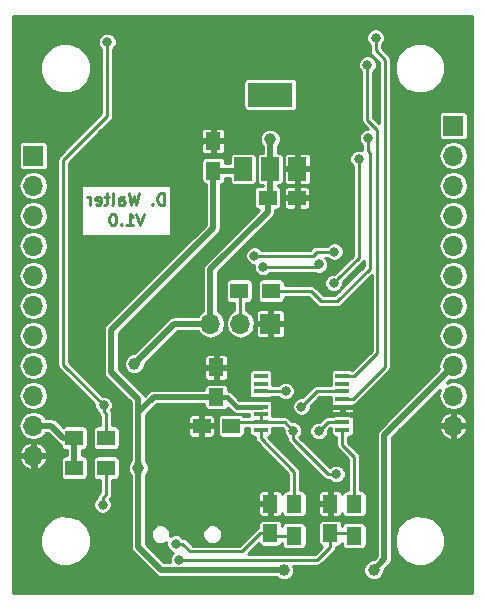
<source format=gbl>
G04 #@! TF.FileFunction,Copper,L2,Bot,Signal*
%FSLAX46Y46*%
G04 Gerber Fmt 4.6, Leading zero omitted, Abs format (unit mm)*
G04 Created by KiCad (PCBNEW 4.0.7) date 04/15/18 17:09:11*
%MOMM*%
%LPD*%
G01*
G04 APERTURE LIST*
%ADD10C,0.100000*%
%ADD11C,0.250000*%
%ADD12R,1.250000X1.500000*%
%ADD13R,1.500000X1.250000*%
%ADD14R,1.500000X1.300000*%
%ADD15R,1.200000X0.400000*%
%ADD16R,1.300000X1.500000*%
%ADD17R,3.800000X2.000000*%
%ADD18R,1.500000X2.000000*%
%ADD19R,1.700000X1.700000*%
%ADD20O,1.700000X1.700000*%
%ADD21C,0.800000*%
%ADD22C,1.000000*%
%ADD23C,0.400000*%
%ADD24C,0.500000*%
%ADD25C,0.254000*%
G04 APERTURE END LIST*
D10*
D11*
X150510477Y-111337381D02*
X150510477Y-110337381D01*
X150272382Y-110337381D01*
X150129524Y-110385000D01*
X150034286Y-110480238D01*
X149986667Y-110575476D01*
X149939048Y-110765952D01*
X149939048Y-110908810D01*
X149986667Y-111099286D01*
X150034286Y-111194524D01*
X150129524Y-111289762D01*
X150272382Y-111337381D01*
X150510477Y-111337381D01*
X149510477Y-111242143D02*
X149462858Y-111289762D01*
X149510477Y-111337381D01*
X149558096Y-111289762D01*
X149510477Y-111242143D01*
X149510477Y-111337381D01*
X148367620Y-110337381D02*
X148129525Y-111337381D01*
X147939048Y-110623095D01*
X147748572Y-111337381D01*
X147510477Y-110337381D01*
X146700953Y-111337381D02*
X146700953Y-110813571D01*
X146748572Y-110718333D01*
X146843810Y-110670714D01*
X147034287Y-110670714D01*
X147129525Y-110718333D01*
X146700953Y-111289762D02*
X146796191Y-111337381D01*
X147034287Y-111337381D01*
X147129525Y-111289762D01*
X147177144Y-111194524D01*
X147177144Y-111099286D01*
X147129525Y-111004048D01*
X147034287Y-110956429D01*
X146796191Y-110956429D01*
X146700953Y-110908810D01*
X146081906Y-111337381D02*
X146177144Y-111289762D01*
X146224763Y-111194524D01*
X146224763Y-110337381D01*
X145843810Y-110670714D02*
X145462858Y-110670714D01*
X145700953Y-110337381D02*
X145700953Y-111194524D01*
X145653334Y-111289762D01*
X145558096Y-111337381D01*
X145462858Y-111337381D01*
X144748571Y-111289762D02*
X144843809Y-111337381D01*
X145034286Y-111337381D01*
X145129524Y-111289762D01*
X145177143Y-111194524D01*
X145177143Y-110813571D01*
X145129524Y-110718333D01*
X145034286Y-110670714D01*
X144843809Y-110670714D01*
X144748571Y-110718333D01*
X144700952Y-110813571D01*
X144700952Y-110908810D01*
X145177143Y-111004048D01*
X144272381Y-111337381D02*
X144272381Y-110670714D01*
X144272381Y-110861190D02*
X144224762Y-110765952D01*
X144177143Y-110718333D01*
X144081905Y-110670714D01*
X143986666Y-110670714D01*
X148843809Y-112087381D02*
X148510476Y-113087381D01*
X148177142Y-112087381D01*
X147319999Y-113087381D02*
X147891428Y-113087381D01*
X147605714Y-113087381D02*
X147605714Y-112087381D01*
X147700952Y-112230238D01*
X147796190Y-112325476D01*
X147891428Y-112373095D01*
X146891428Y-112992143D02*
X146843809Y-113039762D01*
X146891428Y-113087381D01*
X146939047Y-113039762D01*
X146891428Y-112992143D01*
X146891428Y-113087381D01*
X146224762Y-112087381D02*
X146129523Y-112087381D01*
X146034285Y-112135000D01*
X145986666Y-112182619D01*
X145939047Y-112277857D01*
X145891428Y-112468333D01*
X145891428Y-112706429D01*
X145939047Y-112896905D01*
X145986666Y-112992143D01*
X146034285Y-113039762D01*
X146129523Y-113087381D01*
X146224762Y-113087381D01*
X146320000Y-113039762D01*
X146367619Y-112992143D01*
X146415238Y-112896905D01*
X146462857Y-112706429D01*
X146462857Y-112468333D01*
X146415238Y-112277857D01*
X146367619Y-112182619D01*
X146320000Y-112135000D01*
X146224762Y-112087381D01*
D12*
X154686000Y-108438000D03*
X154686000Y-105938000D03*
D13*
X159278000Y-110744000D03*
X161778000Y-110744000D03*
D14*
X142922000Y-133604000D03*
X145622000Y-133604000D03*
D15*
X165608000Y-125842000D03*
X165608000Y-126492000D03*
X165608000Y-127142000D03*
X165608000Y-127792000D03*
X165608000Y-128442000D03*
X165608000Y-129092000D03*
X165608000Y-129742000D03*
X165608000Y-130392000D03*
X158708000Y-130392000D03*
X158708000Y-129742000D03*
X158708000Y-129092000D03*
X158708000Y-128442000D03*
X158708000Y-127792000D03*
X158708000Y-127142000D03*
X158708000Y-126492000D03*
X158708000Y-125842000D03*
D12*
X164592000Y-139152000D03*
X164592000Y-136652000D03*
X159512000Y-139152000D03*
X159512000Y-136652000D03*
D13*
X156190000Y-130048000D03*
X153690000Y-130048000D03*
D16*
X166624000Y-136652000D03*
X166624000Y-139352000D03*
X161544000Y-136652000D03*
X161544000Y-139352000D03*
D17*
X159512000Y-102006000D03*
D18*
X159512000Y-108306000D03*
X157212000Y-108306000D03*
X161812000Y-108306000D03*
D19*
X139446000Y-107188000D03*
D20*
X139446000Y-109728000D03*
X139446000Y-112268000D03*
X139446000Y-114808000D03*
X139446000Y-117348000D03*
X139446000Y-119888000D03*
X139446000Y-122428000D03*
X139446000Y-124968000D03*
X139446000Y-127508000D03*
X139446000Y-130048000D03*
X139446000Y-132588000D03*
D19*
X175006000Y-104648000D03*
D20*
X175006000Y-107188000D03*
X175006000Y-109728000D03*
X175006000Y-112268000D03*
X175006000Y-114808000D03*
X175006000Y-117348000D03*
X175006000Y-119888000D03*
X175006000Y-122428000D03*
X175006000Y-124968000D03*
X175006000Y-127508000D03*
X175006000Y-130048000D03*
D14*
X145622000Y-131064000D03*
X142922000Y-131064000D03*
D12*
X154940000Y-127615000D03*
X154940000Y-125115000D03*
D19*
X159512000Y-121412000D03*
D20*
X156972000Y-121412000D03*
X154432000Y-121412000D03*
D14*
X156892000Y-118618000D03*
X159592000Y-118618000D03*
D21*
X175296396Y-135641648D03*
X175296396Y-139695041D03*
X138453099Y-139696702D03*
X156845000Y-127000000D03*
X170815000Y-123825000D03*
X170180000Y-125730000D03*
X153441013Y-138696837D03*
X154940000Y-136652000D03*
X154720519Y-104020873D03*
X154305000Y-143510000D03*
X150495000Y-143510000D03*
X167894000Y-133604000D03*
X167894000Y-131826000D03*
X175260000Y-143510000D03*
X168910000Y-143510000D03*
X162560000Y-143510000D03*
X143510000Y-143510000D03*
X138430000Y-143510000D03*
X138430000Y-135890000D03*
X167894000Y-128016000D03*
X143256000Y-118618000D03*
X167825553Y-129790349D03*
X174700000Y-96012000D03*
X169700000Y-96012000D03*
X164700000Y-96012000D03*
X159700000Y-96012000D03*
X154700000Y-96012000D03*
X149700000Y-96012000D03*
X144700000Y-96012000D03*
X139700000Y-96012000D03*
X153670000Y-131572000D03*
X147320000Y-130556000D03*
X159258000Y-133604000D03*
X157480000Y-133604000D03*
X155702000Y-133604000D03*
X161798000Y-105410000D03*
X145317676Y-136720757D03*
D22*
X168262222Y-142239991D03*
X160655000Y-142240000D03*
X148336000Y-133604000D03*
D21*
X151786257Y-141389990D03*
X151500076Y-140023632D03*
X162145799Y-128420216D03*
X161431269Y-130457691D03*
X165100000Y-134112000D03*
X160808098Y-127103965D03*
X163609176Y-130506262D03*
D22*
X147999735Y-124806961D03*
X159509176Y-105779722D03*
D21*
X167764557Y-105696190D03*
X168430825Y-97192905D03*
X167729231Y-99478072D03*
X164943598Y-115306056D03*
X158159659Y-115646053D03*
X163612125Y-116390012D03*
X158881632Y-116586806D03*
X145389586Y-128306084D03*
X145710107Y-97559759D03*
X164875317Y-117960468D03*
X166982902Y-107467941D03*
D11*
X175260000Y-139731437D02*
X175296396Y-139695041D01*
X175260000Y-143510000D02*
X175260000Y-139731437D01*
X158708000Y-127792000D02*
X157637000Y-127792000D01*
X157637000Y-127792000D02*
X156845000Y-127000000D01*
X167894000Y-128016000D02*
X170180000Y-125730000D01*
X154686000Y-104055392D02*
X154720519Y-104020873D01*
X154686000Y-105938000D02*
X154686000Y-104055392D01*
X150495000Y-143510000D02*
X154305000Y-143510000D01*
X167894000Y-131826000D02*
X167894000Y-133604000D01*
X139700000Y-132588000D02*
X139700000Y-134620000D01*
X139700000Y-134620000D02*
X138430000Y-135890000D01*
X165608000Y-128442000D02*
X167468000Y-128442000D01*
X167468000Y-128442000D02*
X167894000Y-128016000D01*
X167127204Y-129092000D02*
X167825553Y-129790349D01*
X165608000Y-129092000D02*
X167127204Y-129092000D01*
X153690000Y-130048000D02*
X153690000Y-131552000D01*
X153690000Y-131552000D02*
X153670000Y-131572000D01*
X155702000Y-133604000D02*
X157480000Y-133604000D01*
X161812000Y-108306000D02*
X161812000Y-105424000D01*
X161812000Y-105424000D02*
X161798000Y-105410000D01*
X145622000Y-133604000D02*
X145622000Y-135850108D01*
X145622000Y-135850108D02*
X145317676Y-136154432D01*
X145317676Y-136154432D02*
X145317676Y-136720757D01*
D23*
X158708000Y-128442000D02*
X156657914Y-128442000D01*
X156657914Y-128442000D02*
X155830914Y-127615000D01*
X155830914Y-127615000D02*
X154940000Y-127615000D01*
D24*
X149626000Y-127615000D02*
X154940000Y-127615000D01*
X148336000Y-129306000D02*
X148336000Y-128905000D01*
X149626000Y-127615000D02*
X148336000Y-128905000D01*
X148336000Y-128905000D02*
X148336000Y-127816546D01*
X150256121Y-142239991D02*
X160654991Y-142239991D01*
X160654991Y-142239991D02*
X160655000Y-142240000D01*
X175006000Y-124968000D02*
X169144133Y-130829867D01*
X169144133Y-130829867D02*
X169144133Y-141358080D01*
X169144133Y-141358080D02*
X168262222Y-142239991D01*
X148336000Y-140319870D02*
X148336000Y-133604000D01*
X150256121Y-142239991D02*
X148336000Y-140319870D01*
X148336000Y-127816546D02*
X146050000Y-125530546D01*
X146050000Y-125530546D02*
X146050000Y-121920000D01*
X146050000Y-121920000D02*
X154686000Y-113284000D01*
X154686000Y-113284000D02*
X154686000Y-108438000D01*
X148336000Y-133604000D02*
X148336000Y-129306000D01*
X154432000Y-108438000D02*
X157080000Y-108438000D01*
X157080000Y-108438000D02*
X157212000Y-108306000D01*
X154392000Y-108478000D02*
X154432000Y-108438000D01*
D11*
X163480117Y-141389990D02*
X151786257Y-141389990D01*
X164592000Y-139152000D02*
X164592000Y-140278107D01*
X164592000Y-140278107D02*
X163480117Y-141389990D01*
X164592000Y-139152000D02*
X166424000Y-139152000D01*
X166424000Y-139152000D02*
X166624000Y-139352000D01*
X152065761Y-140023632D02*
X151500076Y-140023632D01*
X152736471Y-140694342D02*
X152065761Y-140023632D01*
X157094658Y-140694342D02*
X152736471Y-140694342D01*
X158637000Y-139152000D02*
X157094658Y-140694342D01*
X159512000Y-139152000D02*
X158637000Y-139152000D01*
X161544000Y-139352000D02*
X159712000Y-139352000D01*
X159712000Y-139352000D02*
X159512000Y-139152000D01*
X162545798Y-128020217D02*
X162145799Y-128420216D01*
X163424015Y-127142000D02*
X162545798Y-128020217D01*
X165608000Y-127142000D02*
X163424015Y-127142000D01*
X165100000Y-134112000D02*
X164364721Y-134112000D01*
X164364721Y-134112000D02*
X161431269Y-131178548D01*
X161431269Y-131178548D02*
X161431269Y-130457691D01*
X160715578Y-129742000D02*
X161431269Y-130457691D01*
X158708000Y-129742000D02*
X160715578Y-129742000D01*
X158708000Y-129742000D02*
X156496000Y-129742000D01*
X156496000Y-129742000D02*
X156190000Y-130048000D01*
X158708000Y-129092000D02*
X158708000Y-129742000D01*
X160770063Y-127142000D02*
X160808098Y-127103965D01*
X158708000Y-127142000D02*
X160770063Y-127142000D01*
X164373438Y-129742000D02*
X163609176Y-130506262D01*
X165608000Y-129742000D02*
X164373438Y-129742000D01*
X166624000Y-136652000D02*
X166624000Y-132694993D01*
X166624000Y-132694993D02*
X165608000Y-131678993D01*
X165608000Y-131678993D02*
X165608000Y-130392000D01*
X161544000Y-136652000D02*
X161544000Y-133944041D01*
X161544000Y-133944041D02*
X158708000Y-131108041D01*
X158708000Y-131108041D02*
X158708000Y-130392000D01*
D24*
X147999735Y-124806961D02*
X151394696Y-121412000D01*
X151394696Y-121412000D02*
X154432000Y-121412000D01*
X159278000Y-110744000D02*
X159278000Y-111963862D01*
X159278000Y-111963862D02*
X154432000Y-116809862D01*
X154432000Y-116809862D02*
X154432000Y-121412000D01*
X139700000Y-130048000D02*
X140976230Y-130048000D01*
X140976230Y-130048000D02*
X141992230Y-131064000D01*
X141992230Y-131064000D02*
X142922000Y-131064000D01*
X159512000Y-105782546D02*
X159509176Y-105779722D01*
X159512000Y-108306000D02*
X159512000Y-105782546D01*
X142922000Y-131064000D02*
X142922000Y-133604000D01*
X159512000Y-108306000D02*
X159512000Y-110510000D01*
X159512000Y-110510000D02*
X159278000Y-110744000D01*
D11*
X159592000Y-118618000D02*
X162932411Y-118618000D01*
X162932411Y-118618000D02*
X163832411Y-119518000D01*
X165155287Y-119518000D02*
X167920794Y-116752493D01*
X163832411Y-119518000D02*
X165155287Y-119518000D01*
X167920794Y-116752493D02*
X167920794Y-106979481D01*
X167920794Y-106979481D02*
X167762205Y-106820892D01*
X167762205Y-106820892D02*
X167762205Y-105698542D01*
X167762205Y-105698542D02*
X167764557Y-105696190D01*
X165608000Y-127792000D02*
X165608000Y-127790160D01*
X165608000Y-127790160D02*
X166501052Y-127790160D01*
X166501052Y-127790160D02*
X169214844Y-125076368D01*
X169214844Y-125076368D02*
X169214844Y-99050029D01*
X169214844Y-99050029D02*
X168430825Y-98266010D01*
X168430825Y-98266010D02*
X168430825Y-97192905D01*
X165608000Y-125842000D02*
X166636659Y-125842000D01*
X166636659Y-125842000D02*
X168586165Y-123892494D01*
X168586165Y-123892494D02*
X168586165Y-105030966D01*
X168586165Y-105030966D02*
X167729231Y-104174032D01*
X167729231Y-104174032D02*
X167729231Y-99478072D01*
X158159659Y-115646053D02*
X163093125Y-115646053D01*
X163093125Y-115646053D02*
X163433122Y-115306056D01*
X163433122Y-115306056D02*
X164943598Y-115306056D01*
X163415331Y-116586806D02*
X163612125Y-116390012D01*
X158881632Y-116586806D02*
X163415331Y-116586806D01*
X145622000Y-131064000D02*
X145622000Y-129024093D01*
X145622000Y-129024093D02*
X145389586Y-128791679D01*
X145389586Y-128791679D02*
X145389586Y-128306084D01*
X141966978Y-124883476D02*
X145389586Y-128306084D01*
X141966978Y-107557428D02*
X141966978Y-124883476D01*
X145710107Y-103814299D02*
X141966978Y-107557428D01*
X145710107Y-97559759D02*
X145710107Y-103814299D01*
X166982902Y-115852883D02*
X165275316Y-117560469D01*
X166982902Y-107467941D02*
X166982902Y-115852883D01*
X165275316Y-117560469D02*
X164875317Y-117960468D01*
X156972000Y-121412000D02*
X156972000Y-118698000D01*
X156972000Y-118698000D02*
X156892000Y-118618000D01*
D25*
G36*
X176588420Y-144208500D02*
X137731500Y-144208500D01*
X137731500Y-140200774D01*
X140029831Y-140200774D01*
X140353582Y-140984312D01*
X140952535Y-141584311D01*
X141735506Y-141909429D01*
X142583294Y-141910169D01*
X143366832Y-141586418D01*
X143966831Y-140987465D01*
X144291949Y-140204494D01*
X144292689Y-139356706D01*
X143968938Y-138573168D01*
X143369985Y-137973169D01*
X142587014Y-137648051D01*
X141739226Y-137647311D01*
X140955688Y-137971062D01*
X140355689Y-138570015D01*
X140030571Y-139352986D01*
X140029831Y-140200774D01*
X137731500Y-140200774D01*
X137731500Y-132904980D01*
X138256511Y-132904980D01*
X138380755Y-133204964D01*
X138697944Y-133565652D01*
X139129018Y-133777501D01*
X139319000Y-133717193D01*
X139319000Y-132715000D01*
X139573000Y-132715000D01*
X139573000Y-133717193D01*
X139762982Y-133777501D01*
X140194056Y-133565652D01*
X140511245Y-133204964D01*
X140635489Y-132904980D01*
X140574627Y-132715000D01*
X139573000Y-132715000D01*
X139319000Y-132715000D01*
X138317373Y-132715000D01*
X138256511Y-132904980D01*
X137731500Y-132904980D01*
X137731500Y-132271020D01*
X138256511Y-132271020D01*
X138317373Y-132461000D01*
X139319000Y-132461000D01*
X139319000Y-131458807D01*
X139573000Y-131458807D01*
X139573000Y-132461000D01*
X140574627Y-132461000D01*
X140635489Y-132271020D01*
X140511245Y-131971036D01*
X140194056Y-131610348D01*
X139762982Y-131398499D01*
X139573000Y-131458807D01*
X139319000Y-131458807D01*
X139129018Y-131398499D01*
X138697944Y-131610348D01*
X138380755Y-131971036D01*
X138256511Y-132271020D01*
X137731500Y-132271020D01*
X137731500Y-130048000D01*
X138190883Y-130048000D01*
X138284587Y-130519083D01*
X138551435Y-130918448D01*
X138950800Y-131185296D01*
X139421883Y-131279000D01*
X139470117Y-131279000D01*
X139941200Y-131185296D01*
X140340565Y-130918448D01*
X140500560Y-130679000D01*
X140714862Y-130679000D01*
X141546046Y-131510184D01*
X141750757Y-131646968D01*
X141783536Y-131653488D01*
X141783536Y-131714000D01*
X141810103Y-131855190D01*
X141893546Y-131984865D01*
X142020866Y-132071859D01*
X142172000Y-132102464D01*
X142291000Y-132102464D01*
X142291000Y-132565536D01*
X142172000Y-132565536D01*
X142030810Y-132592103D01*
X141901135Y-132675546D01*
X141814141Y-132802866D01*
X141783536Y-132954000D01*
X141783536Y-134254000D01*
X141810103Y-134395190D01*
X141893546Y-134524865D01*
X142020866Y-134611859D01*
X142172000Y-134642464D01*
X143672000Y-134642464D01*
X143813190Y-134615897D01*
X143942865Y-134532454D01*
X144029859Y-134405134D01*
X144060464Y-134254000D01*
X144060464Y-132954000D01*
X144483536Y-132954000D01*
X144483536Y-134254000D01*
X144510103Y-134395190D01*
X144593546Y-134524865D01*
X144720866Y-134611859D01*
X144872000Y-134642464D01*
X145116000Y-134642464D01*
X145116000Y-135640516D01*
X144959880Y-135796636D01*
X144850193Y-135960794D01*
X144819642Y-136114384D01*
X144655962Y-136277778D01*
X144536812Y-136564725D01*
X144536540Y-136875426D01*
X144655190Y-137162580D01*
X144874697Y-137382471D01*
X145161644Y-137501621D01*
X145472345Y-137501893D01*
X145759499Y-137383243D01*
X145979390Y-137163736D01*
X146098540Y-136876789D01*
X146098812Y-136566088D01*
X145980162Y-136278934D01*
X145944495Y-136243205D01*
X145979796Y-136207904D01*
X146089483Y-136043746D01*
X146128000Y-135850108D01*
X146128000Y-134642464D01*
X146372000Y-134642464D01*
X146513190Y-134615897D01*
X146642865Y-134532454D01*
X146729859Y-134405134D01*
X146760464Y-134254000D01*
X146760464Y-132954000D01*
X146733897Y-132812810D01*
X146650454Y-132683135D01*
X146523134Y-132596141D01*
X146372000Y-132565536D01*
X144872000Y-132565536D01*
X144730810Y-132592103D01*
X144601135Y-132675546D01*
X144514141Y-132802866D01*
X144483536Y-132954000D01*
X144060464Y-132954000D01*
X144033897Y-132812810D01*
X143950454Y-132683135D01*
X143823134Y-132596141D01*
X143672000Y-132565536D01*
X143553000Y-132565536D01*
X143553000Y-132102464D01*
X143672000Y-132102464D01*
X143813190Y-132075897D01*
X143942865Y-131992454D01*
X144029859Y-131865134D01*
X144060464Y-131714000D01*
X144060464Y-130414000D01*
X144033897Y-130272810D01*
X143950454Y-130143135D01*
X143823134Y-130056141D01*
X143672000Y-130025536D01*
X142172000Y-130025536D01*
X142030810Y-130052103D01*
X141934606Y-130114008D01*
X141422414Y-129601816D01*
X141217703Y-129465032D01*
X140976230Y-129417000D01*
X140500560Y-129417000D01*
X140340565Y-129177552D01*
X139941200Y-128910704D01*
X139470117Y-128817000D01*
X139421883Y-128817000D01*
X138950800Y-128910704D01*
X138551435Y-129177552D01*
X138284587Y-129576917D01*
X138190883Y-130048000D01*
X137731500Y-130048000D01*
X137731500Y-127508000D01*
X138190883Y-127508000D01*
X138284587Y-127979083D01*
X138551435Y-128378448D01*
X138950800Y-128645296D01*
X139421883Y-128739000D01*
X139470117Y-128739000D01*
X139941200Y-128645296D01*
X140340565Y-128378448D01*
X140607413Y-127979083D01*
X140701117Y-127508000D01*
X140607413Y-127036917D01*
X140340565Y-126637552D01*
X139941200Y-126370704D01*
X139470117Y-126277000D01*
X139421883Y-126277000D01*
X138950800Y-126370704D01*
X138551435Y-126637552D01*
X138284587Y-127036917D01*
X138190883Y-127508000D01*
X137731500Y-127508000D01*
X137731500Y-124968000D01*
X138190883Y-124968000D01*
X138284587Y-125439083D01*
X138551435Y-125838448D01*
X138950800Y-126105296D01*
X139421883Y-126199000D01*
X139470117Y-126199000D01*
X139941200Y-126105296D01*
X140340565Y-125838448D01*
X140607413Y-125439083D01*
X140701117Y-124968000D01*
X140607413Y-124496917D01*
X140340565Y-124097552D01*
X139941200Y-123830704D01*
X139470117Y-123737000D01*
X139421883Y-123737000D01*
X138950800Y-123830704D01*
X138551435Y-124097552D01*
X138284587Y-124496917D01*
X138190883Y-124968000D01*
X137731500Y-124968000D01*
X137731500Y-122428000D01*
X138190883Y-122428000D01*
X138284587Y-122899083D01*
X138551435Y-123298448D01*
X138950800Y-123565296D01*
X139421883Y-123659000D01*
X139470117Y-123659000D01*
X139941200Y-123565296D01*
X140340565Y-123298448D01*
X140607413Y-122899083D01*
X140701117Y-122428000D01*
X140607413Y-121956917D01*
X140340565Y-121557552D01*
X139941200Y-121290704D01*
X139470117Y-121197000D01*
X139421883Y-121197000D01*
X138950800Y-121290704D01*
X138551435Y-121557552D01*
X138284587Y-121956917D01*
X138190883Y-122428000D01*
X137731500Y-122428000D01*
X137731500Y-119888000D01*
X138190883Y-119888000D01*
X138284587Y-120359083D01*
X138551435Y-120758448D01*
X138950800Y-121025296D01*
X139421883Y-121119000D01*
X139470117Y-121119000D01*
X139941200Y-121025296D01*
X140340565Y-120758448D01*
X140607413Y-120359083D01*
X140701117Y-119888000D01*
X140607413Y-119416917D01*
X140340565Y-119017552D01*
X139941200Y-118750704D01*
X139470117Y-118657000D01*
X139421883Y-118657000D01*
X138950800Y-118750704D01*
X138551435Y-119017552D01*
X138284587Y-119416917D01*
X138190883Y-119888000D01*
X137731500Y-119888000D01*
X137731500Y-117348000D01*
X138190883Y-117348000D01*
X138284587Y-117819083D01*
X138551435Y-118218448D01*
X138950800Y-118485296D01*
X139421883Y-118579000D01*
X139470117Y-118579000D01*
X139941200Y-118485296D01*
X140340565Y-118218448D01*
X140607413Y-117819083D01*
X140701117Y-117348000D01*
X140607413Y-116876917D01*
X140340565Y-116477552D01*
X139941200Y-116210704D01*
X139470117Y-116117000D01*
X139421883Y-116117000D01*
X138950800Y-116210704D01*
X138551435Y-116477552D01*
X138284587Y-116876917D01*
X138190883Y-117348000D01*
X137731500Y-117348000D01*
X137731500Y-114808000D01*
X138190883Y-114808000D01*
X138284587Y-115279083D01*
X138551435Y-115678448D01*
X138950800Y-115945296D01*
X139421883Y-116039000D01*
X139470117Y-116039000D01*
X139941200Y-115945296D01*
X140340565Y-115678448D01*
X140607413Y-115279083D01*
X140701117Y-114808000D01*
X140607413Y-114336917D01*
X140340565Y-113937552D01*
X139941200Y-113670704D01*
X139470117Y-113577000D01*
X139421883Y-113577000D01*
X138950800Y-113670704D01*
X138551435Y-113937552D01*
X138284587Y-114336917D01*
X138190883Y-114808000D01*
X137731500Y-114808000D01*
X137731500Y-112268000D01*
X138190883Y-112268000D01*
X138284587Y-112739083D01*
X138551435Y-113138448D01*
X138950800Y-113405296D01*
X139421883Y-113499000D01*
X139470117Y-113499000D01*
X139941200Y-113405296D01*
X140340565Y-113138448D01*
X140607413Y-112739083D01*
X140701117Y-112268000D01*
X140607413Y-111796917D01*
X140340565Y-111397552D01*
X139941200Y-111130704D01*
X139470117Y-111037000D01*
X139421883Y-111037000D01*
X138950800Y-111130704D01*
X138551435Y-111397552D01*
X138284587Y-111796917D01*
X138190883Y-112268000D01*
X137731500Y-112268000D01*
X137731500Y-109728000D01*
X138190883Y-109728000D01*
X138284587Y-110199083D01*
X138551435Y-110598448D01*
X138950800Y-110865296D01*
X139421883Y-110959000D01*
X139470117Y-110959000D01*
X139941200Y-110865296D01*
X140340565Y-110598448D01*
X140607413Y-110199083D01*
X140701117Y-109728000D01*
X140607413Y-109256917D01*
X140340565Y-108857552D01*
X139941200Y-108590704D01*
X139470117Y-108497000D01*
X139421883Y-108497000D01*
X138950800Y-108590704D01*
X138551435Y-108857552D01*
X138284587Y-109256917D01*
X138190883Y-109728000D01*
X137731500Y-109728000D01*
X137731500Y-106338000D01*
X138207536Y-106338000D01*
X138207536Y-108038000D01*
X138234103Y-108179190D01*
X138317546Y-108308865D01*
X138444866Y-108395859D01*
X138596000Y-108426464D01*
X140296000Y-108426464D01*
X140437190Y-108399897D01*
X140566865Y-108316454D01*
X140653859Y-108189134D01*
X140684464Y-108038000D01*
X140684464Y-107557428D01*
X141460978Y-107557428D01*
X141460978Y-124883476D01*
X141499495Y-125077114D01*
X141609182Y-125241272D01*
X144608643Y-128240733D01*
X144608450Y-128460753D01*
X144727100Y-128747907D01*
X144911653Y-128932783D01*
X144922103Y-128985317D01*
X145031790Y-129149475D01*
X145116000Y-129233685D01*
X145116000Y-130025536D01*
X144872000Y-130025536D01*
X144730810Y-130052103D01*
X144601135Y-130135546D01*
X144514141Y-130262866D01*
X144483536Y-130414000D01*
X144483536Y-131714000D01*
X144510103Y-131855190D01*
X144593546Y-131984865D01*
X144720866Y-132071859D01*
X144872000Y-132102464D01*
X146372000Y-132102464D01*
X146513190Y-132075897D01*
X146642865Y-131992454D01*
X146729859Y-131865134D01*
X146760464Y-131714000D01*
X146760464Y-130414000D01*
X146733897Y-130272810D01*
X146650454Y-130143135D01*
X146523134Y-130056141D01*
X146372000Y-130025536D01*
X146128000Y-130025536D01*
X146128000Y-129024093D01*
X146089483Y-128830455D01*
X146041581Y-128758765D01*
X146051300Y-128749063D01*
X146170450Y-128462116D01*
X146170722Y-128151415D01*
X146052072Y-127864261D01*
X145832565Y-127644370D01*
X145545618Y-127525220D01*
X145324120Y-127525026D01*
X142472978Y-124673884D01*
X142472978Y-121920000D01*
X145419000Y-121920000D01*
X145419000Y-125530546D01*
X145467032Y-125772019D01*
X145603816Y-125976730D01*
X147705000Y-128077915D01*
X147705000Y-132989063D01*
X147589560Y-133104302D01*
X147455153Y-133427989D01*
X147454847Y-133778473D01*
X147588689Y-134102395D01*
X147705000Y-134218909D01*
X147705000Y-140319870D01*
X147739063Y-140491115D01*
X147753032Y-140561343D01*
X147889816Y-140766054D01*
X149809937Y-142686175D01*
X150014647Y-142822959D01*
X150054710Y-142830928D01*
X150256121Y-142870991D01*
X160040054Y-142870991D01*
X160155302Y-142986440D01*
X160478989Y-143120847D01*
X160829473Y-143121153D01*
X161153395Y-142987311D01*
X161401440Y-142739698D01*
X161535847Y-142416011D01*
X161535848Y-142414464D01*
X167381069Y-142414464D01*
X167514911Y-142738386D01*
X167762524Y-142986431D01*
X168086211Y-143120838D01*
X168436695Y-143121144D01*
X168760617Y-142987302D01*
X169008662Y-142739689D01*
X169143069Y-142416002D01*
X169143213Y-142251369D01*
X169590317Y-141804265D01*
X169720794Y-141608992D01*
X169727101Y-141599553D01*
X169775133Y-141358080D01*
X169775133Y-140200774D01*
X170029771Y-140200774D01*
X170353522Y-140984312D01*
X170952475Y-141584311D01*
X171735446Y-141909429D01*
X172583234Y-141910169D01*
X173366772Y-141586418D01*
X173966771Y-140987465D01*
X174291889Y-140204494D01*
X174292629Y-139356706D01*
X173968878Y-138573168D01*
X173369925Y-137973169D01*
X172586954Y-137648051D01*
X171739166Y-137647311D01*
X170955628Y-137971062D01*
X170355629Y-138570015D01*
X170030511Y-139352986D01*
X170029771Y-140200774D01*
X169775133Y-140200774D01*
X169775133Y-131091235D01*
X170501388Y-130364980D01*
X173816511Y-130364980D01*
X173940755Y-130664964D01*
X174257944Y-131025652D01*
X174689018Y-131237501D01*
X174879000Y-131177193D01*
X174879000Y-130175000D01*
X175133000Y-130175000D01*
X175133000Y-131177193D01*
X175322982Y-131237501D01*
X175754056Y-131025652D01*
X176071245Y-130664964D01*
X176195489Y-130364980D01*
X176134627Y-130175000D01*
X175133000Y-130175000D01*
X174879000Y-130175000D01*
X173877373Y-130175000D01*
X173816511Y-130364980D01*
X170501388Y-130364980D01*
X171135348Y-129731020D01*
X173816511Y-129731020D01*
X173877373Y-129921000D01*
X174879000Y-129921000D01*
X174879000Y-128918807D01*
X175133000Y-128918807D01*
X175133000Y-129921000D01*
X176134627Y-129921000D01*
X176195489Y-129731020D01*
X176071245Y-129431036D01*
X175754056Y-129070348D01*
X175322982Y-128858499D01*
X175133000Y-128918807D01*
X174879000Y-128918807D01*
X174689018Y-128858499D01*
X174257944Y-129070348D01*
X173940755Y-129431036D01*
X173816511Y-129731020D01*
X171135348Y-129731020D01*
X173875065Y-126991304D01*
X173844587Y-127036917D01*
X173750883Y-127508000D01*
X173844587Y-127979083D01*
X174111435Y-128378448D01*
X174510800Y-128645296D01*
X174981883Y-128739000D01*
X175030117Y-128739000D01*
X175501200Y-128645296D01*
X175900565Y-128378448D01*
X176167413Y-127979083D01*
X176261117Y-127508000D01*
X176167413Y-127036917D01*
X175900565Y-126637552D01*
X175501200Y-126370704D01*
X175030117Y-126277000D01*
X174981883Y-126277000D01*
X174510800Y-126370704D01*
X174465187Y-126401182D01*
X174719550Y-126146819D01*
X174981883Y-126199000D01*
X175030117Y-126199000D01*
X175501200Y-126105296D01*
X175900565Y-125838448D01*
X176167413Y-125439083D01*
X176261117Y-124968000D01*
X176167413Y-124496917D01*
X175900565Y-124097552D01*
X175501200Y-123830704D01*
X175030117Y-123737000D01*
X174981883Y-123737000D01*
X174510800Y-123830704D01*
X174111435Y-124097552D01*
X173844587Y-124496917D01*
X173750883Y-124968000D01*
X173811067Y-125270564D01*
X168697949Y-130383683D01*
X168561165Y-130588394D01*
X168513133Y-130829867D01*
X168513133Y-141096711D01*
X168250864Y-141358980D01*
X168087749Y-141358838D01*
X167763827Y-141492680D01*
X167515782Y-141740293D01*
X167381375Y-142063980D01*
X167381069Y-142414464D01*
X161535848Y-142414464D01*
X161536153Y-142065527D01*
X161466102Y-141895990D01*
X163480117Y-141895990D01*
X163673755Y-141857473D01*
X163837913Y-141747786D01*
X164949796Y-140635903D01*
X165059483Y-140471745D01*
X165095542Y-140290464D01*
X165217000Y-140290464D01*
X165358190Y-140263897D01*
X165487865Y-140180454D01*
X165574859Y-140053134D01*
X165585536Y-140000409D01*
X165585536Y-140102000D01*
X165612103Y-140243190D01*
X165695546Y-140372865D01*
X165822866Y-140459859D01*
X165974000Y-140490464D01*
X167274000Y-140490464D01*
X167415190Y-140463897D01*
X167544865Y-140380454D01*
X167631859Y-140253134D01*
X167662464Y-140102000D01*
X167662464Y-138602000D01*
X167635897Y-138460810D01*
X167552454Y-138331135D01*
X167425134Y-138244141D01*
X167274000Y-138213536D01*
X165974000Y-138213536D01*
X165832810Y-138240103D01*
X165703135Y-138323546D01*
X165616141Y-138450866D01*
X165605464Y-138503591D01*
X165605464Y-138402000D01*
X165578897Y-138260810D01*
X165495454Y-138131135D01*
X165368134Y-138044141D01*
X165217000Y-138013536D01*
X163967000Y-138013536D01*
X163825810Y-138040103D01*
X163696135Y-138123546D01*
X163609141Y-138250866D01*
X163578536Y-138402000D01*
X163578536Y-139902000D01*
X163605103Y-140043190D01*
X163688546Y-140172865D01*
X163815866Y-140259859D01*
X163881388Y-140273127D01*
X163270525Y-140883990D01*
X157620602Y-140883990D01*
X158515015Y-139989577D01*
X158525103Y-140043190D01*
X158608546Y-140172865D01*
X158735866Y-140259859D01*
X158887000Y-140290464D01*
X160137000Y-140290464D01*
X160278190Y-140263897D01*
X160407865Y-140180454D01*
X160494859Y-140053134D01*
X160505536Y-140000409D01*
X160505536Y-140102000D01*
X160532103Y-140243190D01*
X160615546Y-140372865D01*
X160742866Y-140459859D01*
X160894000Y-140490464D01*
X162194000Y-140490464D01*
X162335190Y-140463897D01*
X162464865Y-140380454D01*
X162551859Y-140253134D01*
X162582464Y-140102000D01*
X162582464Y-138602000D01*
X162555897Y-138460810D01*
X162472454Y-138331135D01*
X162345134Y-138244141D01*
X162194000Y-138213536D01*
X160894000Y-138213536D01*
X160752810Y-138240103D01*
X160623135Y-138323546D01*
X160536141Y-138450866D01*
X160525464Y-138503591D01*
X160525464Y-138402000D01*
X160498897Y-138260810D01*
X160415454Y-138131135D01*
X160288134Y-138044141D01*
X160137000Y-138013536D01*
X158887000Y-138013536D01*
X158745810Y-138040103D01*
X158616135Y-138123546D01*
X158529141Y-138250866D01*
X158498536Y-138402000D01*
X158498536Y-138673542D01*
X158443362Y-138684517D01*
X158279204Y-138794204D01*
X156885066Y-140188342D01*
X152946063Y-140188342D01*
X152423557Y-139665836D01*
X152259399Y-139556149D01*
X152106608Y-139525757D01*
X151985634Y-139404571D01*
X153768856Y-139404571D01*
X153895102Y-139710109D01*
X154128662Y-139944077D01*
X154433979Y-140070855D01*
X154764571Y-140071144D01*
X155070109Y-139944898D01*
X155304077Y-139711338D01*
X155430855Y-139406021D01*
X155431144Y-139075429D01*
X155304898Y-138769891D01*
X155071338Y-138535923D01*
X154766021Y-138409145D01*
X154435429Y-138408856D01*
X154129891Y-138535102D01*
X153895923Y-138768662D01*
X153769145Y-139073979D01*
X153768856Y-139404571D01*
X151985634Y-139404571D01*
X151943055Y-139361918D01*
X151656108Y-139242768D01*
X151345407Y-139242496D01*
X151058253Y-139361146D01*
X151030870Y-139388481D01*
X151031144Y-139075429D01*
X150904898Y-138769891D01*
X150671338Y-138535923D01*
X150366021Y-138409145D01*
X150035429Y-138408856D01*
X149729891Y-138535102D01*
X149495923Y-138768662D01*
X149369145Y-139073979D01*
X149368856Y-139404571D01*
X149495102Y-139710109D01*
X149728662Y-139944077D01*
X150033979Y-140070855D01*
X150364571Y-140071144D01*
X150670109Y-139944898D01*
X150719187Y-139895905D01*
X150718940Y-140178301D01*
X150837590Y-140465455D01*
X151057097Y-140685346D01*
X151289850Y-140781993D01*
X151124543Y-140947011D01*
X151005393Y-141233958D01*
X151005121Y-141544659D01*
X151031703Y-141608991D01*
X150517489Y-141608991D01*
X148967000Y-140058502D01*
X148967000Y-136874250D01*
X158506000Y-136874250D01*
X158506000Y-137477786D01*
X158564004Y-137617820D01*
X158671181Y-137724996D01*
X158811215Y-137783000D01*
X159289750Y-137783000D01*
X159385000Y-137687750D01*
X159385000Y-136779000D01*
X158601250Y-136779000D01*
X158506000Y-136874250D01*
X148967000Y-136874250D01*
X148967000Y-135826214D01*
X158506000Y-135826214D01*
X158506000Y-136429750D01*
X158601250Y-136525000D01*
X159385000Y-136525000D01*
X159385000Y-135616250D01*
X159289750Y-135521000D01*
X158811215Y-135521000D01*
X158671181Y-135579004D01*
X158564004Y-135686180D01*
X158506000Y-135826214D01*
X148967000Y-135826214D01*
X148967000Y-134218937D01*
X149082440Y-134103698D01*
X149216847Y-133780011D01*
X149217153Y-133429527D01*
X149083311Y-133105605D01*
X148967000Y-132989091D01*
X148967000Y-130270250D01*
X152559000Y-130270250D01*
X152559000Y-130748785D01*
X152617004Y-130888819D01*
X152724180Y-130995996D01*
X152864214Y-131054000D01*
X153467750Y-131054000D01*
X153563000Y-130958750D01*
X153563000Y-130175000D01*
X153817000Y-130175000D01*
X153817000Y-130958750D01*
X153912250Y-131054000D01*
X154515786Y-131054000D01*
X154655820Y-130995996D01*
X154762996Y-130888819D01*
X154821000Y-130748785D01*
X154821000Y-130270250D01*
X154725750Y-130175000D01*
X153817000Y-130175000D01*
X153563000Y-130175000D01*
X152654250Y-130175000D01*
X152559000Y-130270250D01*
X148967000Y-130270250D01*
X148967000Y-129347215D01*
X152559000Y-129347215D01*
X152559000Y-129825750D01*
X152654250Y-129921000D01*
X153563000Y-129921000D01*
X153563000Y-129137250D01*
X153817000Y-129137250D01*
X153817000Y-129921000D01*
X154725750Y-129921000D01*
X154821000Y-129825750D01*
X154821000Y-129347215D01*
X154762996Y-129207181D01*
X154655820Y-129100004D01*
X154515786Y-129042000D01*
X153912250Y-129042000D01*
X153817000Y-129137250D01*
X153563000Y-129137250D01*
X153467750Y-129042000D01*
X152864214Y-129042000D01*
X152724180Y-129100004D01*
X152617004Y-129207181D01*
X152559000Y-129347215D01*
X148967000Y-129347215D01*
X148967000Y-129166368D01*
X149887369Y-128246000D01*
X153926536Y-128246000D01*
X153926536Y-128365000D01*
X153953103Y-128506190D01*
X154036546Y-128635865D01*
X154163866Y-128722859D01*
X154315000Y-128753464D01*
X155565000Y-128753464D01*
X155706190Y-128726897D01*
X155835865Y-128643454D01*
X155917798Y-128523542D01*
X156247085Y-128852829D01*
X156435575Y-128978774D01*
X156657914Y-129023000D01*
X157719536Y-129023000D01*
X157719536Y-129236000D01*
X157272419Y-129236000D01*
X157218454Y-129152135D01*
X157091134Y-129065141D01*
X156940000Y-129034536D01*
X155440000Y-129034536D01*
X155298810Y-129061103D01*
X155169135Y-129144546D01*
X155082141Y-129271866D01*
X155051536Y-129423000D01*
X155051536Y-130673000D01*
X155078103Y-130814190D01*
X155161546Y-130943865D01*
X155288866Y-131030859D01*
X155440000Y-131061464D01*
X156940000Y-131061464D01*
X157081190Y-131034897D01*
X157210865Y-130951454D01*
X157297859Y-130824134D01*
X157328464Y-130673000D01*
X157328464Y-130248000D01*
X157719536Y-130248000D01*
X157719536Y-130592000D01*
X157746103Y-130733190D01*
X157829546Y-130862865D01*
X157956866Y-130949859D01*
X158108000Y-130980464D01*
X158202000Y-130980464D01*
X158202000Y-131108041D01*
X158240517Y-131301679D01*
X158350204Y-131465837D01*
X161038000Y-134153633D01*
X161038000Y-135513536D01*
X160894000Y-135513536D01*
X160752810Y-135540103D01*
X160623135Y-135623546D01*
X160536141Y-135750866D01*
X160518000Y-135840450D01*
X160518000Y-135826214D01*
X160459996Y-135686180D01*
X160352819Y-135579004D01*
X160212785Y-135521000D01*
X159734250Y-135521000D01*
X159639000Y-135616250D01*
X159639000Y-136525000D01*
X159659000Y-136525000D01*
X159659000Y-136779000D01*
X159639000Y-136779000D01*
X159639000Y-137687750D01*
X159734250Y-137783000D01*
X160212785Y-137783000D01*
X160352819Y-137724996D01*
X160459996Y-137617820D01*
X160518000Y-137477786D01*
X160518000Y-137468240D01*
X160532103Y-137543190D01*
X160615546Y-137672865D01*
X160742866Y-137759859D01*
X160894000Y-137790464D01*
X162194000Y-137790464D01*
X162335190Y-137763897D01*
X162464865Y-137680454D01*
X162551859Y-137553134D01*
X162582464Y-137402000D01*
X162582464Y-136874250D01*
X163586000Y-136874250D01*
X163586000Y-137477786D01*
X163644004Y-137617820D01*
X163751181Y-137724996D01*
X163891215Y-137783000D01*
X164369750Y-137783000D01*
X164465000Y-137687750D01*
X164465000Y-136779000D01*
X163681250Y-136779000D01*
X163586000Y-136874250D01*
X162582464Y-136874250D01*
X162582464Y-135902000D01*
X162568204Y-135826214D01*
X163586000Y-135826214D01*
X163586000Y-136429750D01*
X163681250Y-136525000D01*
X164465000Y-136525000D01*
X164465000Y-135616250D01*
X164369750Y-135521000D01*
X163891215Y-135521000D01*
X163751181Y-135579004D01*
X163644004Y-135686180D01*
X163586000Y-135826214D01*
X162568204Y-135826214D01*
X162555897Y-135760810D01*
X162472454Y-135631135D01*
X162345134Y-135544141D01*
X162194000Y-135513536D01*
X162050000Y-135513536D01*
X162050000Y-133944041D01*
X162011483Y-133750403D01*
X161901796Y-133586245D01*
X159296015Y-130980464D01*
X159308000Y-130980464D01*
X159449190Y-130953897D01*
X159578865Y-130870454D01*
X159665859Y-130743134D01*
X159696464Y-130592000D01*
X159696464Y-130248000D01*
X160505986Y-130248000D01*
X160650326Y-130392340D01*
X160650133Y-130612360D01*
X160768783Y-130899514D01*
X160925269Y-131056274D01*
X160925269Y-131178548D01*
X160963786Y-131372186D01*
X161073473Y-131536344D01*
X164006925Y-134469796D01*
X164171083Y-134579483D01*
X164364721Y-134618000D01*
X164501579Y-134618000D01*
X164657021Y-134773714D01*
X164943968Y-134892864D01*
X165254669Y-134893136D01*
X165541823Y-134774486D01*
X165761714Y-134554979D01*
X165880864Y-134268032D01*
X165881136Y-133957331D01*
X165762486Y-133670177D01*
X165542979Y-133450286D01*
X165256032Y-133331136D01*
X164945331Y-133330864D01*
X164658177Y-133449514D01*
X164537897Y-133569584D01*
X161980885Y-131012572D01*
X162092983Y-130900670D01*
X162192530Y-130660931D01*
X162828040Y-130660931D01*
X162946690Y-130948085D01*
X163166197Y-131167976D01*
X163453144Y-131287126D01*
X163763845Y-131287398D01*
X164050999Y-131168748D01*
X164270890Y-130949241D01*
X164390040Y-130662294D01*
X164390234Y-130440796D01*
X164583030Y-130248000D01*
X164619536Y-130248000D01*
X164619536Y-130592000D01*
X164646103Y-130733190D01*
X164729546Y-130862865D01*
X164856866Y-130949859D01*
X165008000Y-130980464D01*
X165102000Y-130980464D01*
X165102000Y-131678993D01*
X165140517Y-131872631D01*
X165250204Y-132036789D01*
X166118000Y-132904585D01*
X166118000Y-135513536D01*
X165974000Y-135513536D01*
X165832810Y-135540103D01*
X165703135Y-135623546D01*
X165616141Y-135750866D01*
X165598000Y-135840450D01*
X165598000Y-135826214D01*
X165539996Y-135686180D01*
X165432819Y-135579004D01*
X165292785Y-135521000D01*
X164814250Y-135521000D01*
X164719000Y-135616250D01*
X164719000Y-136525000D01*
X164739000Y-136525000D01*
X164739000Y-136779000D01*
X164719000Y-136779000D01*
X164719000Y-137687750D01*
X164814250Y-137783000D01*
X165292785Y-137783000D01*
X165432819Y-137724996D01*
X165539996Y-137617820D01*
X165598000Y-137477786D01*
X165598000Y-137468240D01*
X165612103Y-137543190D01*
X165695546Y-137672865D01*
X165822866Y-137759859D01*
X165974000Y-137790464D01*
X167274000Y-137790464D01*
X167415190Y-137763897D01*
X167544865Y-137680454D01*
X167631859Y-137553134D01*
X167662464Y-137402000D01*
X167662464Y-135902000D01*
X167635897Y-135760810D01*
X167552454Y-135631135D01*
X167425134Y-135544141D01*
X167274000Y-135513536D01*
X167130000Y-135513536D01*
X167130000Y-132694993D01*
X167091483Y-132501355D01*
X166981796Y-132337197D01*
X166114000Y-131469401D01*
X166114000Y-130980464D01*
X166208000Y-130980464D01*
X166349190Y-130953897D01*
X166478865Y-130870454D01*
X166565859Y-130743134D01*
X166596464Y-130592000D01*
X166596464Y-130192000D01*
X166572080Y-130062412D01*
X166596464Y-129942000D01*
X166596464Y-129542000D01*
X166571591Y-129409814D01*
X166589000Y-129367785D01*
X166589000Y-129287250D01*
X166493750Y-129192000D01*
X166370636Y-129192000D01*
X166359134Y-129184141D01*
X166208000Y-129153536D01*
X165008000Y-129153536D01*
X164866810Y-129180103D01*
X164848321Y-129192000D01*
X164722250Y-129192000D01*
X164678250Y-129236000D01*
X164373438Y-129236000D01*
X164179800Y-129274517D01*
X164071000Y-129347215D01*
X164015642Y-129384204D01*
X163674527Y-129725319D01*
X163454507Y-129725126D01*
X163167353Y-129843776D01*
X162947462Y-130063283D01*
X162828312Y-130350230D01*
X162828040Y-130660931D01*
X162192530Y-130660931D01*
X162212133Y-130613723D01*
X162212405Y-130303022D01*
X162093755Y-130015868D01*
X161874248Y-129795977D01*
X161587301Y-129676827D01*
X161365803Y-129676633D01*
X161073374Y-129384204D01*
X160909216Y-129274517D01*
X160715578Y-129236000D01*
X159696464Y-129236000D01*
X159696464Y-128892000D01*
X159672080Y-128762412D01*
X159696464Y-128642000D01*
X159696464Y-128242000D01*
X159671591Y-128109814D01*
X159689000Y-128067785D01*
X159689000Y-127987250D01*
X159593750Y-127892000D01*
X159470636Y-127892000D01*
X159459134Y-127884141D01*
X159308000Y-127853536D01*
X158108000Y-127853536D01*
X158068333Y-127861000D01*
X156898572Y-127861000D01*
X156241743Y-127204171D01*
X156053253Y-127078226D01*
X155953464Y-127058377D01*
X155953464Y-126865000D01*
X155926897Y-126723810D01*
X155843454Y-126594135D01*
X155716134Y-126507141D01*
X155565000Y-126476536D01*
X154315000Y-126476536D01*
X154173810Y-126503103D01*
X154044135Y-126586546D01*
X153957141Y-126713866D01*
X153926536Y-126865000D01*
X153926536Y-126984000D01*
X149626000Y-126984000D01*
X149384527Y-127032032D01*
X149357847Y-127049859D01*
X149179815Y-127168816D01*
X148860725Y-127487906D01*
X148782184Y-127370361D01*
X146681000Y-125269178D01*
X146681000Y-124981434D01*
X147118582Y-124981434D01*
X147252424Y-125305356D01*
X147500037Y-125553401D01*
X147823724Y-125687808D01*
X148174208Y-125688114D01*
X148498130Y-125554272D01*
X148715530Y-125337250D01*
X153934000Y-125337250D01*
X153934000Y-125940786D01*
X153992004Y-126080820D01*
X154099181Y-126187996D01*
X154239215Y-126246000D01*
X154717750Y-126246000D01*
X154813000Y-126150750D01*
X154813000Y-125242000D01*
X155067000Y-125242000D01*
X155067000Y-126150750D01*
X155162250Y-126246000D01*
X155640785Y-126246000D01*
X155780819Y-126187996D01*
X155887996Y-126080820D01*
X155946000Y-125940786D01*
X155946000Y-125642000D01*
X157719536Y-125642000D01*
X157719536Y-126042000D01*
X157743920Y-126171588D01*
X157719536Y-126292000D01*
X157719536Y-126692000D01*
X157743920Y-126821588D01*
X157719536Y-126942000D01*
X157719536Y-127342000D01*
X157744409Y-127474186D01*
X157727000Y-127516215D01*
X157727000Y-127596750D01*
X157822250Y-127692000D01*
X157945364Y-127692000D01*
X157956866Y-127699859D01*
X158108000Y-127730464D01*
X159308000Y-127730464D01*
X159449190Y-127703897D01*
X159467679Y-127692000D01*
X159593750Y-127692000D01*
X159637750Y-127648000D01*
X160247646Y-127648000D01*
X160365119Y-127765679D01*
X160652066Y-127884829D01*
X160962767Y-127885101D01*
X161249921Y-127766451D01*
X161469812Y-127546944D01*
X161588962Y-127259997D01*
X161589234Y-126949296D01*
X161470584Y-126662142D01*
X161251077Y-126442251D01*
X160964130Y-126323101D01*
X160653429Y-126322829D01*
X160366275Y-126441479D01*
X160171414Y-126636000D01*
X159696464Y-126636000D01*
X159696464Y-126292000D01*
X159672080Y-126162412D01*
X159696464Y-126042000D01*
X159696464Y-125642000D01*
X159669897Y-125500810D01*
X159586454Y-125371135D01*
X159459134Y-125284141D01*
X159308000Y-125253536D01*
X158108000Y-125253536D01*
X157966810Y-125280103D01*
X157837135Y-125363546D01*
X157750141Y-125490866D01*
X157719536Y-125642000D01*
X155946000Y-125642000D01*
X155946000Y-125337250D01*
X155850750Y-125242000D01*
X155067000Y-125242000D01*
X154813000Y-125242000D01*
X154029250Y-125242000D01*
X153934000Y-125337250D01*
X148715530Y-125337250D01*
X148746175Y-125306659D01*
X148880582Y-124982972D01*
X148880726Y-124818338D01*
X149409850Y-124289214D01*
X153934000Y-124289214D01*
X153934000Y-124892750D01*
X154029250Y-124988000D01*
X154813000Y-124988000D01*
X154813000Y-124079250D01*
X155067000Y-124079250D01*
X155067000Y-124988000D01*
X155850750Y-124988000D01*
X155946000Y-124892750D01*
X155946000Y-124289214D01*
X155887996Y-124149180D01*
X155780819Y-124042004D01*
X155640785Y-123984000D01*
X155162250Y-123984000D01*
X155067000Y-124079250D01*
X154813000Y-124079250D01*
X154717750Y-123984000D01*
X154239215Y-123984000D01*
X154099181Y-124042004D01*
X153992004Y-124149180D01*
X153934000Y-124289214D01*
X149409850Y-124289214D01*
X151656064Y-122043000D01*
X153385443Y-122043000D01*
X153561552Y-122306565D01*
X153960917Y-122573413D01*
X154432000Y-122667117D01*
X154903083Y-122573413D01*
X155302448Y-122306565D01*
X155569296Y-121907200D01*
X155663000Y-121436117D01*
X155663000Y-121387883D01*
X155741000Y-121387883D01*
X155741000Y-121436117D01*
X155834704Y-121907200D01*
X156101552Y-122306565D01*
X156500917Y-122573413D01*
X156972000Y-122667117D01*
X157443083Y-122573413D01*
X157842448Y-122306565D01*
X158109296Y-121907200D01*
X158163588Y-121634250D01*
X158281000Y-121634250D01*
X158281000Y-122337786D01*
X158339004Y-122477820D01*
X158446181Y-122584996D01*
X158586215Y-122643000D01*
X159289750Y-122643000D01*
X159385000Y-122547750D01*
X159385000Y-121539000D01*
X159639000Y-121539000D01*
X159639000Y-122547750D01*
X159734250Y-122643000D01*
X160437785Y-122643000D01*
X160577819Y-122584996D01*
X160684996Y-122477820D01*
X160743000Y-122337786D01*
X160743000Y-121634250D01*
X160647750Y-121539000D01*
X159639000Y-121539000D01*
X159385000Y-121539000D01*
X158376250Y-121539000D01*
X158281000Y-121634250D01*
X158163588Y-121634250D01*
X158203000Y-121436117D01*
X158203000Y-121387883D01*
X158109296Y-120916800D01*
X157842448Y-120517435D01*
X157795723Y-120486214D01*
X158281000Y-120486214D01*
X158281000Y-121189750D01*
X158376250Y-121285000D01*
X159385000Y-121285000D01*
X159385000Y-120276250D01*
X159639000Y-120276250D01*
X159639000Y-121285000D01*
X160647750Y-121285000D01*
X160743000Y-121189750D01*
X160743000Y-120486214D01*
X160684996Y-120346180D01*
X160577819Y-120239004D01*
X160437785Y-120181000D01*
X159734250Y-120181000D01*
X159639000Y-120276250D01*
X159385000Y-120276250D01*
X159289750Y-120181000D01*
X158586215Y-120181000D01*
X158446181Y-120239004D01*
X158339004Y-120346180D01*
X158281000Y-120486214D01*
X157795723Y-120486214D01*
X157478000Y-120273918D01*
X157478000Y-119656464D01*
X157642000Y-119656464D01*
X157783190Y-119629897D01*
X157912865Y-119546454D01*
X157999859Y-119419134D01*
X158030464Y-119268000D01*
X158030464Y-117968000D01*
X158453536Y-117968000D01*
X158453536Y-119268000D01*
X158480103Y-119409190D01*
X158563546Y-119538865D01*
X158690866Y-119625859D01*
X158842000Y-119656464D01*
X160342000Y-119656464D01*
X160483190Y-119629897D01*
X160612865Y-119546454D01*
X160699859Y-119419134D01*
X160730464Y-119268000D01*
X160730464Y-119124000D01*
X162722819Y-119124000D01*
X163474615Y-119875796D01*
X163638773Y-119985483D01*
X163832411Y-120024000D01*
X165155287Y-120024000D01*
X165348925Y-119985483D01*
X165513083Y-119875796D01*
X168080165Y-117308714D01*
X168080165Y-123682902D01*
X166430300Y-125332767D01*
X166359134Y-125284141D01*
X166208000Y-125253536D01*
X165008000Y-125253536D01*
X164866810Y-125280103D01*
X164737135Y-125363546D01*
X164650141Y-125490866D01*
X164619536Y-125642000D01*
X164619536Y-126042000D01*
X164643920Y-126171588D01*
X164619536Y-126292000D01*
X164619536Y-126636000D01*
X163424015Y-126636000D01*
X163230377Y-126674517D01*
X163066219Y-126784204D01*
X162211150Y-127639273D01*
X161991130Y-127639080D01*
X161703976Y-127757730D01*
X161484085Y-127977237D01*
X161364935Y-128264184D01*
X161364663Y-128574885D01*
X161483313Y-128862039D01*
X161702820Y-129081930D01*
X161989767Y-129201080D01*
X162300468Y-129201352D01*
X162587622Y-129082702D01*
X162807513Y-128863195D01*
X162901332Y-128637250D01*
X164627000Y-128637250D01*
X164627000Y-128717785D01*
X164647386Y-128767000D01*
X164627000Y-128816215D01*
X164627000Y-128896750D01*
X164722250Y-128992000D01*
X164857373Y-128992000D01*
X164932214Y-129023000D01*
X165385750Y-129023000D01*
X165416750Y-128992000D01*
X165481000Y-128992000D01*
X165481000Y-128542000D01*
X165735000Y-128542000D01*
X165735000Y-128992000D01*
X165799250Y-128992000D01*
X165830250Y-129023000D01*
X166283786Y-129023000D01*
X166358627Y-128992000D01*
X166493750Y-128992000D01*
X166589000Y-128896750D01*
X166589000Y-128816215D01*
X166568614Y-128767000D01*
X166589000Y-128717785D01*
X166589000Y-128637250D01*
X166493750Y-128542000D01*
X166358627Y-128542000D01*
X166283786Y-128511000D01*
X165830250Y-128511000D01*
X165799250Y-128542000D01*
X165735000Y-128542000D01*
X165481000Y-128542000D01*
X165416750Y-128542000D01*
X165385750Y-128511000D01*
X164932214Y-128511000D01*
X164857373Y-128542000D01*
X164722250Y-128542000D01*
X164627000Y-128637250D01*
X162901332Y-128637250D01*
X162926663Y-128576248D01*
X162926857Y-128354750D01*
X163633607Y-127648000D01*
X164619536Y-127648000D01*
X164619536Y-127992000D01*
X164644409Y-128124186D01*
X164627000Y-128166215D01*
X164627000Y-128246750D01*
X164722250Y-128342000D01*
X164845364Y-128342000D01*
X164856866Y-128349859D01*
X165008000Y-128380464D01*
X166208000Y-128380464D01*
X166349190Y-128353897D01*
X166367679Y-128342000D01*
X166493750Y-128342000D01*
X166549159Y-128286591D01*
X166694690Y-128257643D01*
X166858848Y-128147956D01*
X169572640Y-125434164D01*
X169682327Y-125270006D01*
X169720844Y-125076368D01*
X169720844Y-122428000D01*
X173750883Y-122428000D01*
X173844587Y-122899083D01*
X174111435Y-123298448D01*
X174510800Y-123565296D01*
X174981883Y-123659000D01*
X175030117Y-123659000D01*
X175501200Y-123565296D01*
X175900565Y-123298448D01*
X176167413Y-122899083D01*
X176261117Y-122428000D01*
X176167413Y-121956917D01*
X175900565Y-121557552D01*
X175501200Y-121290704D01*
X175030117Y-121197000D01*
X174981883Y-121197000D01*
X174510800Y-121290704D01*
X174111435Y-121557552D01*
X173844587Y-121956917D01*
X173750883Y-122428000D01*
X169720844Y-122428000D01*
X169720844Y-119888000D01*
X173750883Y-119888000D01*
X173844587Y-120359083D01*
X174111435Y-120758448D01*
X174510800Y-121025296D01*
X174981883Y-121119000D01*
X175030117Y-121119000D01*
X175501200Y-121025296D01*
X175900565Y-120758448D01*
X176167413Y-120359083D01*
X176261117Y-119888000D01*
X176167413Y-119416917D01*
X175900565Y-119017552D01*
X175501200Y-118750704D01*
X175030117Y-118657000D01*
X174981883Y-118657000D01*
X174510800Y-118750704D01*
X174111435Y-119017552D01*
X173844587Y-119416917D01*
X173750883Y-119888000D01*
X169720844Y-119888000D01*
X169720844Y-117348000D01*
X173750883Y-117348000D01*
X173844587Y-117819083D01*
X174111435Y-118218448D01*
X174510800Y-118485296D01*
X174981883Y-118579000D01*
X175030117Y-118579000D01*
X175501200Y-118485296D01*
X175900565Y-118218448D01*
X176167413Y-117819083D01*
X176261117Y-117348000D01*
X176167413Y-116876917D01*
X175900565Y-116477552D01*
X175501200Y-116210704D01*
X175030117Y-116117000D01*
X174981883Y-116117000D01*
X174510800Y-116210704D01*
X174111435Y-116477552D01*
X173844587Y-116876917D01*
X173750883Y-117348000D01*
X169720844Y-117348000D01*
X169720844Y-114808000D01*
X173750883Y-114808000D01*
X173844587Y-115279083D01*
X174111435Y-115678448D01*
X174510800Y-115945296D01*
X174981883Y-116039000D01*
X175030117Y-116039000D01*
X175501200Y-115945296D01*
X175900565Y-115678448D01*
X176167413Y-115279083D01*
X176261117Y-114808000D01*
X176167413Y-114336917D01*
X175900565Y-113937552D01*
X175501200Y-113670704D01*
X175030117Y-113577000D01*
X174981883Y-113577000D01*
X174510800Y-113670704D01*
X174111435Y-113937552D01*
X173844587Y-114336917D01*
X173750883Y-114808000D01*
X169720844Y-114808000D01*
X169720844Y-112268000D01*
X173750883Y-112268000D01*
X173844587Y-112739083D01*
X174111435Y-113138448D01*
X174510800Y-113405296D01*
X174981883Y-113499000D01*
X175030117Y-113499000D01*
X175501200Y-113405296D01*
X175900565Y-113138448D01*
X176167413Y-112739083D01*
X176261117Y-112268000D01*
X176167413Y-111796917D01*
X175900565Y-111397552D01*
X175501200Y-111130704D01*
X175030117Y-111037000D01*
X174981883Y-111037000D01*
X174510800Y-111130704D01*
X174111435Y-111397552D01*
X173844587Y-111796917D01*
X173750883Y-112268000D01*
X169720844Y-112268000D01*
X169720844Y-109728000D01*
X173750883Y-109728000D01*
X173844587Y-110199083D01*
X174111435Y-110598448D01*
X174510800Y-110865296D01*
X174981883Y-110959000D01*
X175030117Y-110959000D01*
X175501200Y-110865296D01*
X175900565Y-110598448D01*
X176167413Y-110199083D01*
X176261117Y-109728000D01*
X176167413Y-109256917D01*
X175900565Y-108857552D01*
X175501200Y-108590704D01*
X175030117Y-108497000D01*
X174981883Y-108497000D01*
X174510800Y-108590704D01*
X174111435Y-108857552D01*
X173844587Y-109256917D01*
X173750883Y-109728000D01*
X169720844Y-109728000D01*
X169720844Y-107188000D01*
X173750883Y-107188000D01*
X173844587Y-107659083D01*
X174111435Y-108058448D01*
X174510800Y-108325296D01*
X174981883Y-108419000D01*
X175030117Y-108419000D01*
X175501200Y-108325296D01*
X175900565Y-108058448D01*
X176167413Y-107659083D01*
X176261117Y-107188000D01*
X176167413Y-106716917D01*
X175900565Y-106317552D01*
X175501200Y-106050704D01*
X175030117Y-105957000D01*
X174981883Y-105957000D01*
X174510800Y-106050704D01*
X174111435Y-106317552D01*
X173844587Y-106716917D01*
X173750883Y-107188000D01*
X169720844Y-107188000D01*
X169720844Y-103798000D01*
X173767536Y-103798000D01*
X173767536Y-105498000D01*
X173794103Y-105639190D01*
X173877546Y-105768865D01*
X174004866Y-105855859D01*
X174156000Y-105886464D01*
X175856000Y-105886464D01*
X175997190Y-105859897D01*
X176126865Y-105776454D01*
X176213859Y-105649134D01*
X176244464Y-105498000D01*
X176244464Y-103798000D01*
X176217897Y-103656810D01*
X176134454Y-103527135D01*
X176007134Y-103440141D01*
X175856000Y-103409536D01*
X174156000Y-103409536D01*
X174014810Y-103436103D01*
X173885135Y-103519546D01*
X173798141Y-103646866D01*
X173767536Y-103798000D01*
X169720844Y-103798000D01*
X169720844Y-100200854D01*
X170029771Y-100200854D01*
X170353522Y-100984392D01*
X170952475Y-101584391D01*
X171735446Y-101909509D01*
X172583234Y-101910249D01*
X173366772Y-101586498D01*
X173966771Y-100987545D01*
X174291889Y-100204574D01*
X174292629Y-99356786D01*
X173968878Y-98573248D01*
X173369925Y-97973249D01*
X172586954Y-97648131D01*
X171739166Y-97647391D01*
X170955628Y-97971142D01*
X170355629Y-98570095D01*
X170030511Y-99353066D01*
X170029771Y-100200854D01*
X169720844Y-100200854D01*
X169720844Y-99050029D01*
X169682327Y-98856391D01*
X169572640Y-98692233D01*
X168936825Y-98056418D01*
X168936825Y-97791326D01*
X169092539Y-97635884D01*
X169211689Y-97348937D01*
X169211961Y-97038236D01*
X169093311Y-96751082D01*
X168873804Y-96531191D01*
X168586857Y-96412041D01*
X168276156Y-96411769D01*
X167989002Y-96530419D01*
X167769111Y-96749926D01*
X167649961Y-97036873D01*
X167649689Y-97347574D01*
X167768339Y-97634728D01*
X167924825Y-97791488D01*
X167924825Y-98266010D01*
X167963342Y-98459648D01*
X168073029Y-98623806D01*
X168708844Y-99259621D01*
X168708844Y-104438053D01*
X168235231Y-103964440D01*
X168235231Y-100076493D01*
X168390945Y-99921051D01*
X168510095Y-99634104D01*
X168510367Y-99323403D01*
X168391717Y-99036249D01*
X168172210Y-98816358D01*
X167885263Y-98697208D01*
X167574562Y-98696936D01*
X167287408Y-98815586D01*
X167067517Y-99035093D01*
X166948367Y-99322040D01*
X166948095Y-99632741D01*
X167066745Y-99919895D01*
X167223231Y-100076655D01*
X167223231Y-104174032D01*
X167261748Y-104367670D01*
X167371435Y-104531828D01*
X167754788Y-104915181D01*
X167609888Y-104915054D01*
X167322734Y-105033704D01*
X167102843Y-105253211D01*
X166983693Y-105540158D01*
X166983421Y-105850859D01*
X167102071Y-106138013D01*
X167256205Y-106292417D01*
X167256205Y-106735772D01*
X167138934Y-106687077D01*
X166828233Y-106686805D01*
X166541079Y-106805455D01*
X166321188Y-107024962D01*
X166202038Y-107311909D01*
X166201766Y-107622610D01*
X166320416Y-107909764D01*
X166476902Y-108066524D01*
X166476902Y-115643291D01*
X164940668Y-117179525D01*
X164720648Y-117179332D01*
X164433494Y-117297982D01*
X164213603Y-117517489D01*
X164094453Y-117804436D01*
X164094181Y-118115137D01*
X164212831Y-118402291D01*
X164432338Y-118622182D01*
X164719285Y-118741332D01*
X165029986Y-118741604D01*
X165317140Y-118622954D01*
X165537031Y-118403447D01*
X165656181Y-118116500D01*
X165656375Y-117895002D01*
X167340698Y-116210679D01*
X167414794Y-116099787D01*
X167414794Y-116542901D01*
X164945695Y-119012000D01*
X164042003Y-119012000D01*
X163290207Y-118260204D01*
X163126049Y-118150517D01*
X162932411Y-118112000D01*
X160730464Y-118112000D01*
X160730464Y-117968000D01*
X160703897Y-117826810D01*
X160620454Y-117697135D01*
X160493134Y-117610141D01*
X160342000Y-117579536D01*
X158842000Y-117579536D01*
X158700810Y-117606103D01*
X158571135Y-117689546D01*
X158484141Y-117816866D01*
X158453536Y-117968000D01*
X158030464Y-117968000D01*
X158003897Y-117826810D01*
X157920454Y-117697135D01*
X157793134Y-117610141D01*
X157642000Y-117579536D01*
X156142000Y-117579536D01*
X156000810Y-117606103D01*
X155871135Y-117689546D01*
X155784141Y-117816866D01*
X155753536Y-117968000D01*
X155753536Y-119268000D01*
X155780103Y-119409190D01*
X155863546Y-119538865D01*
X155990866Y-119625859D01*
X156142000Y-119656464D01*
X156466000Y-119656464D01*
X156466000Y-120273918D01*
X156101552Y-120517435D01*
X155834704Y-120916800D01*
X155741000Y-121387883D01*
X155663000Y-121387883D01*
X155569296Y-120916800D01*
X155302448Y-120517435D01*
X155063000Y-120357440D01*
X155063000Y-117071230D01*
X156333508Y-115800722D01*
X157378523Y-115800722D01*
X157497173Y-116087876D01*
X157716680Y-116307767D01*
X158003627Y-116426917D01*
X158102334Y-116427003D01*
X158100768Y-116430774D01*
X158100496Y-116741475D01*
X158219146Y-117028629D01*
X158438653Y-117248520D01*
X158725600Y-117367670D01*
X159036301Y-117367942D01*
X159323455Y-117249292D01*
X159480215Y-117092806D01*
X163268078Y-117092806D01*
X163456093Y-117170876D01*
X163766794Y-117171148D01*
X164053948Y-117052498D01*
X164273839Y-116832991D01*
X164392989Y-116546044D01*
X164393261Y-116235343D01*
X164274611Y-115948189D01*
X164138716Y-115812056D01*
X164345177Y-115812056D01*
X164500619Y-115967770D01*
X164787566Y-116086920D01*
X165098267Y-116087192D01*
X165385421Y-115968542D01*
X165605312Y-115749035D01*
X165724462Y-115462088D01*
X165724734Y-115151387D01*
X165606084Y-114864233D01*
X165386577Y-114644342D01*
X165099630Y-114525192D01*
X164788929Y-114524920D01*
X164501775Y-114643570D01*
X164345015Y-114800056D01*
X163433122Y-114800056D01*
X163239484Y-114838573D01*
X163075326Y-114948260D01*
X162883533Y-115140053D01*
X158758080Y-115140053D01*
X158602638Y-114984339D01*
X158315691Y-114865189D01*
X158004990Y-114864917D01*
X157717836Y-114983567D01*
X157497945Y-115203074D01*
X157378795Y-115490021D01*
X157378523Y-115800722D01*
X156333508Y-115800722D01*
X159724184Y-112410046D01*
X159860968Y-112205335D01*
X159909000Y-111963862D01*
X159909000Y-111757464D01*
X160028000Y-111757464D01*
X160169190Y-111730897D01*
X160298865Y-111647454D01*
X160385859Y-111520134D01*
X160416464Y-111369000D01*
X160416464Y-110966250D01*
X160647000Y-110966250D01*
X160647000Y-111444785D01*
X160705004Y-111584819D01*
X160812180Y-111691996D01*
X160952214Y-111750000D01*
X161555750Y-111750000D01*
X161651000Y-111654750D01*
X161651000Y-110871000D01*
X161905000Y-110871000D01*
X161905000Y-111654750D01*
X162000250Y-111750000D01*
X162603786Y-111750000D01*
X162743820Y-111691996D01*
X162850996Y-111584819D01*
X162909000Y-111444785D01*
X162909000Y-110966250D01*
X162813750Y-110871000D01*
X161905000Y-110871000D01*
X161651000Y-110871000D01*
X160742250Y-110871000D01*
X160647000Y-110966250D01*
X160416464Y-110966250D01*
X160416464Y-110119000D01*
X160402204Y-110043215D01*
X160647000Y-110043215D01*
X160647000Y-110521750D01*
X160742250Y-110617000D01*
X161651000Y-110617000D01*
X161651000Y-109833250D01*
X161905000Y-109833250D01*
X161905000Y-110617000D01*
X162813750Y-110617000D01*
X162909000Y-110521750D01*
X162909000Y-110043215D01*
X162850996Y-109903181D01*
X162743820Y-109796004D01*
X162603786Y-109738000D01*
X162000250Y-109738000D01*
X161905000Y-109833250D01*
X161651000Y-109833250D01*
X161555750Y-109738000D01*
X160952214Y-109738000D01*
X160812180Y-109796004D01*
X160705004Y-109903181D01*
X160647000Y-110043215D01*
X160402204Y-110043215D01*
X160389897Y-109977810D01*
X160306454Y-109848135D01*
X160179134Y-109761141D01*
X160143000Y-109753824D01*
X160143000Y-109694464D01*
X160262000Y-109694464D01*
X160403190Y-109667897D01*
X160532865Y-109584454D01*
X160619859Y-109457134D01*
X160650464Y-109306000D01*
X160650464Y-108528250D01*
X160681000Y-108528250D01*
X160681000Y-109381786D01*
X160739004Y-109521820D01*
X160846181Y-109628996D01*
X160986215Y-109687000D01*
X161589750Y-109687000D01*
X161685000Y-109591750D01*
X161685000Y-108433000D01*
X161939000Y-108433000D01*
X161939000Y-109591750D01*
X162034250Y-109687000D01*
X162637785Y-109687000D01*
X162777819Y-109628996D01*
X162884996Y-109521820D01*
X162943000Y-109381786D01*
X162943000Y-108528250D01*
X162847750Y-108433000D01*
X161939000Y-108433000D01*
X161685000Y-108433000D01*
X160776250Y-108433000D01*
X160681000Y-108528250D01*
X160650464Y-108528250D01*
X160650464Y-107306000D01*
X160636204Y-107230214D01*
X160681000Y-107230214D01*
X160681000Y-108083750D01*
X160776250Y-108179000D01*
X161685000Y-108179000D01*
X161685000Y-107020250D01*
X161939000Y-107020250D01*
X161939000Y-108179000D01*
X162847750Y-108179000D01*
X162943000Y-108083750D01*
X162943000Y-107230214D01*
X162884996Y-107090180D01*
X162777819Y-106983004D01*
X162637785Y-106925000D01*
X162034250Y-106925000D01*
X161939000Y-107020250D01*
X161685000Y-107020250D01*
X161589750Y-106925000D01*
X160986215Y-106925000D01*
X160846181Y-106983004D01*
X160739004Y-107090180D01*
X160681000Y-107230214D01*
X160636204Y-107230214D01*
X160623897Y-107164810D01*
X160540454Y-107035135D01*
X160413134Y-106948141D01*
X160262000Y-106917536D01*
X160143000Y-106917536D01*
X160143000Y-106391840D01*
X160255616Y-106279420D01*
X160390023Y-105955733D01*
X160390329Y-105605249D01*
X160256487Y-105281327D01*
X160008874Y-105033282D01*
X159685187Y-104898875D01*
X159334703Y-104898569D01*
X159010781Y-105032411D01*
X158762736Y-105280024D01*
X158628329Y-105603711D01*
X158628023Y-105954195D01*
X158761865Y-106278117D01*
X158881000Y-106397460D01*
X158881000Y-106917536D01*
X158762000Y-106917536D01*
X158620810Y-106944103D01*
X158491135Y-107027546D01*
X158404141Y-107154866D01*
X158373536Y-107306000D01*
X158373536Y-109306000D01*
X158400103Y-109447190D01*
X158483546Y-109576865D01*
X158610866Y-109663859D01*
X158762000Y-109694464D01*
X158881000Y-109694464D01*
X158881000Y-109730536D01*
X158528000Y-109730536D01*
X158386810Y-109757103D01*
X158257135Y-109840546D01*
X158170141Y-109967866D01*
X158139536Y-110119000D01*
X158139536Y-111369000D01*
X158166103Y-111510190D01*
X158249546Y-111639865D01*
X158376866Y-111726859D01*
X158528000Y-111757464D01*
X158592030Y-111757464D01*
X153985816Y-116363678D01*
X153849032Y-116568389D01*
X153801000Y-116809862D01*
X153801000Y-120357440D01*
X153561552Y-120517435D01*
X153385443Y-120781000D01*
X151394696Y-120781000D01*
X151153223Y-120829032D01*
X150948512Y-120965816D01*
X147988378Y-123925950D01*
X147825262Y-123925808D01*
X147501340Y-124059650D01*
X147253295Y-124307263D01*
X147118888Y-124630950D01*
X147118582Y-124981434D01*
X146681000Y-124981434D01*
X146681000Y-122181368D01*
X155132184Y-113730185D01*
X155268968Y-113525474D01*
X155276937Y-113485411D01*
X155317000Y-113284000D01*
X155317000Y-109575335D01*
X155452190Y-109549897D01*
X155581865Y-109466454D01*
X155668859Y-109339134D01*
X155699464Y-109188000D01*
X155699464Y-109069000D01*
X156073536Y-109069000D01*
X156073536Y-109306000D01*
X156100103Y-109447190D01*
X156183546Y-109576865D01*
X156310866Y-109663859D01*
X156462000Y-109694464D01*
X157962000Y-109694464D01*
X158103190Y-109667897D01*
X158232865Y-109584454D01*
X158319859Y-109457134D01*
X158350464Y-109306000D01*
X158350464Y-107306000D01*
X158323897Y-107164810D01*
X158240454Y-107035135D01*
X158113134Y-106948141D01*
X157962000Y-106917536D01*
X156462000Y-106917536D01*
X156320810Y-106944103D01*
X156191135Y-107027546D01*
X156104141Y-107154866D01*
X156073536Y-107306000D01*
X156073536Y-107807000D01*
X155699464Y-107807000D01*
X155699464Y-107688000D01*
X155672897Y-107546810D01*
X155589454Y-107417135D01*
X155462134Y-107330141D01*
X155311000Y-107299536D01*
X154061000Y-107299536D01*
X153919810Y-107326103D01*
X153790135Y-107409546D01*
X153703141Y-107536866D01*
X153672536Y-107688000D01*
X153672536Y-109188000D01*
X153699103Y-109329190D01*
X153782546Y-109458865D01*
X153909866Y-109545859D01*
X154055000Y-109575249D01*
X154055000Y-113022631D01*
X145603816Y-121473816D01*
X145467032Y-121678527D01*
X145419000Y-121920000D01*
X142472978Y-121920000D01*
X142472978Y-109679000D01*
X143510428Y-109679000D01*
X143510428Y-113941000D01*
X151129572Y-113941000D01*
X151129572Y-109679000D01*
X143510428Y-109679000D01*
X142472978Y-109679000D01*
X142472978Y-107767020D01*
X144079748Y-106160250D01*
X153680000Y-106160250D01*
X153680000Y-106763786D01*
X153738004Y-106903820D01*
X153845181Y-107010996D01*
X153985215Y-107069000D01*
X154463750Y-107069000D01*
X154559000Y-106973750D01*
X154559000Y-106065000D01*
X154813000Y-106065000D01*
X154813000Y-106973750D01*
X154908250Y-107069000D01*
X155386785Y-107069000D01*
X155526819Y-107010996D01*
X155633996Y-106903820D01*
X155692000Y-106763786D01*
X155692000Y-106160250D01*
X155596750Y-106065000D01*
X154813000Y-106065000D01*
X154559000Y-106065000D01*
X153775250Y-106065000D01*
X153680000Y-106160250D01*
X144079748Y-106160250D01*
X145127784Y-105112214D01*
X153680000Y-105112214D01*
X153680000Y-105715750D01*
X153775250Y-105811000D01*
X154559000Y-105811000D01*
X154559000Y-104902250D01*
X154813000Y-104902250D01*
X154813000Y-105811000D01*
X155596750Y-105811000D01*
X155692000Y-105715750D01*
X155692000Y-105112214D01*
X155633996Y-104972180D01*
X155526819Y-104865004D01*
X155386785Y-104807000D01*
X154908250Y-104807000D01*
X154813000Y-104902250D01*
X154559000Y-104902250D01*
X154463750Y-104807000D01*
X153985215Y-104807000D01*
X153845181Y-104865004D01*
X153738004Y-104972180D01*
X153680000Y-105112214D01*
X145127784Y-105112214D01*
X146067903Y-104172095D01*
X146177590Y-104007937D01*
X146216107Y-103814299D01*
X146216107Y-101006000D01*
X157223536Y-101006000D01*
X157223536Y-103006000D01*
X157250103Y-103147190D01*
X157333546Y-103276865D01*
X157460866Y-103363859D01*
X157612000Y-103394464D01*
X161412000Y-103394464D01*
X161553190Y-103367897D01*
X161682865Y-103284454D01*
X161769859Y-103157134D01*
X161800464Y-103006000D01*
X161800464Y-101006000D01*
X161773897Y-100864810D01*
X161690454Y-100735135D01*
X161563134Y-100648141D01*
X161412000Y-100617536D01*
X157612000Y-100617536D01*
X157470810Y-100644103D01*
X157341135Y-100727546D01*
X157254141Y-100854866D01*
X157223536Y-101006000D01*
X146216107Y-101006000D01*
X146216107Y-98158180D01*
X146371821Y-98002738D01*
X146490971Y-97715791D01*
X146491243Y-97405090D01*
X146372593Y-97117936D01*
X146153086Y-96898045D01*
X145866139Y-96778895D01*
X145555438Y-96778623D01*
X145268284Y-96897273D01*
X145048393Y-97116780D01*
X144929243Y-97403727D01*
X144928971Y-97714428D01*
X145047621Y-98001582D01*
X145204107Y-98158342D01*
X145204107Y-103604707D01*
X141609182Y-107199632D01*
X141499495Y-107363790D01*
X141460978Y-107557428D01*
X140684464Y-107557428D01*
X140684464Y-106338000D01*
X140657897Y-106196810D01*
X140574454Y-106067135D01*
X140447134Y-105980141D01*
X140296000Y-105949536D01*
X138596000Y-105949536D01*
X138454810Y-105976103D01*
X138325135Y-106059546D01*
X138238141Y-106186866D01*
X138207536Y-106338000D01*
X137731500Y-106338000D01*
X137731500Y-100200854D01*
X140029831Y-100200854D01*
X140353582Y-100984392D01*
X140952535Y-101584391D01*
X141735506Y-101909509D01*
X142583294Y-101910249D01*
X143366832Y-101586498D01*
X143966831Y-100987545D01*
X144291949Y-100204574D01*
X144292689Y-99356786D01*
X143968938Y-98573248D01*
X143369985Y-97973249D01*
X142587014Y-97648131D01*
X141739226Y-97647391D01*
X140955688Y-97971142D01*
X140355689Y-98570095D01*
X140030571Y-99353066D01*
X140029831Y-100200854D01*
X137731500Y-100200854D01*
X137731500Y-95351600D01*
X176588420Y-95351600D01*
X176588420Y-144208500D01*
X176588420Y-144208500D01*
G37*
X176588420Y-144208500D02*
X137731500Y-144208500D01*
X137731500Y-140200774D01*
X140029831Y-140200774D01*
X140353582Y-140984312D01*
X140952535Y-141584311D01*
X141735506Y-141909429D01*
X142583294Y-141910169D01*
X143366832Y-141586418D01*
X143966831Y-140987465D01*
X144291949Y-140204494D01*
X144292689Y-139356706D01*
X143968938Y-138573168D01*
X143369985Y-137973169D01*
X142587014Y-137648051D01*
X141739226Y-137647311D01*
X140955688Y-137971062D01*
X140355689Y-138570015D01*
X140030571Y-139352986D01*
X140029831Y-140200774D01*
X137731500Y-140200774D01*
X137731500Y-132904980D01*
X138256511Y-132904980D01*
X138380755Y-133204964D01*
X138697944Y-133565652D01*
X139129018Y-133777501D01*
X139319000Y-133717193D01*
X139319000Y-132715000D01*
X139573000Y-132715000D01*
X139573000Y-133717193D01*
X139762982Y-133777501D01*
X140194056Y-133565652D01*
X140511245Y-133204964D01*
X140635489Y-132904980D01*
X140574627Y-132715000D01*
X139573000Y-132715000D01*
X139319000Y-132715000D01*
X138317373Y-132715000D01*
X138256511Y-132904980D01*
X137731500Y-132904980D01*
X137731500Y-132271020D01*
X138256511Y-132271020D01*
X138317373Y-132461000D01*
X139319000Y-132461000D01*
X139319000Y-131458807D01*
X139573000Y-131458807D01*
X139573000Y-132461000D01*
X140574627Y-132461000D01*
X140635489Y-132271020D01*
X140511245Y-131971036D01*
X140194056Y-131610348D01*
X139762982Y-131398499D01*
X139573000Y-131458807D01*
X139319000Y-131458807D01*
X139129018Y-131398499D01*
X138697944Y-131610348D01*
X138380755Y-131971036D01*
X138256511Y-132271020D01*
X137731500Y-132271020D01*
X137731500Y-130048000D01*
X138190883Y-130048000D01*
X138284587Y-130519083D01*
X138551435Y-130918448D01*
X138950800Y-131185296D01*
X139421883Y-131279000D01*
X139470117Y-131279000D01*
X139941200Y-131185296D01*
X140340565Y-130918448D01*
X140500560Y-130679000D01*
X140714862Y-130679000D01*
X141546046Y-131510184D01*
X141750757Y-131646968D01*
X141783536Y-131653488D01*
X141783536Y-131714000D01*
X141810103Y-131855190D01*
X141893546Y-131984865D01*
X142020866Y-132071859D01*
X142172000Y-132102464D01*
X142291000Y-132102464D01*
X142291000Y-132565536D01*
X142172000Y-132565536D01*
X142030810Y-132592103D01*
X141901135Y-132675546D01*
X141814141Y-132802866D01*
X141783536Y-132954000D01*
X141783536Y-134254000D01*
X141810103Y-134395190D01*
X141893546Y-134524865D01*
X142020866Y-134611859D01*
X142172000Y-134642464D01*
X143672000Y-134642464D01*
X143813190Y-134615897D01*
X143942865Y-134532454D01*
X144029859Y-134405134D01*
X144060464Y-134254000D01*
X144060464Y-132954000D01*
X144483536Y-132954000D01*
X144483536Y-134254000D01*
X144510103Y-134395190D01*
X144593546Y-134524865D01*
X144720866Y-134611859D01*
X144872000Y-134642464D01*
X145116000Y-134642464D01*
X145116000Y-135640516D01*
X144959880Y-135796636D01*
X144850193Y-135960794D01*
X144819642Y-136114384D01*
X144655962Y-136277778D01*
X144536812Y-136564725D01*
X144536540Y-136875426D01*
X144655190Y-137162580D01*
X144874697Y-137382471D01*
X145161644Y-137501621D01*
X145472345Y-137501893D01*
X145759499Y-137383243D01*
X145979390Y-137163736D01*
X146098540Y-136876789D01*
X146098812Y-136566088D01*
X145980162Y-136278934D01*
X145944495Y-136243205D01*
X145979796Y-136207904D01*
X146089483Y-136043746D01*
X146128000Y-135850108D01*
X146128000Y-134642464D01*
X146372000Y-134642464D01*
X146513190Y-134615897D01*
X146642865Y-134532454D01*
X146729859Y-134405134D01*
X146760464Y-134254000D01*
X146760464Y-132954000D01*
X146733897Y-132812810D01*
X146650454Y-132683135D01*
X146523134Y-132596141D01*
X146372000Y-132565536D01*
X144872000Y-132565536D01*
X144730810Y-132592103D01*
X144601135Y-132675546D01*
X144514141Y-132802866D01*
X144483536Y-132954000D01*
X144060464Y-132954000D01*
X144033897Y-132812810D01*
X143950454Y-132683135D01*
X143823134Y-132596141D01*
X143672000Y-132565536D01*
X143553000Y-132565536D01*
X143553000Y-132102464D01*
X143672000Y-132102464D01*
X143813190Y-132075897D01*
X143942865Y-131992454D01*
X144029859Y-131865134D01*
X144060464Y-131714000D01*
X144060464Y-130414000D01*
X144033897Y-130272810D01*
X143950454Y-130143135D01*
X143823134Y-130056141D01*
X143672000Y-130025536D01*
X142172000Y-130025536D01*
X142030810Y-130052103D01*
X141934606Y-130114008D01*
X141422414Y-129601816D01*
X141217703Y-129465032D01*
X140976230Y-129417000D01*
X140500560Y-129417000D01*
X140340565Y-129177552D01*
X139941200Y-128910704D01*
X139470117Y-128817000D01*
X139421883Y-128817000D01*
X138950800Y-128910704D01*
X138551435Y-129177552D01*
X138284587Y-129576917D01*
X138190883Y-130048000D01*
X137731500Y-130048000D01*
X137731500Y-127508000D01*
X138190883Y-127508000D01*
X138284587Y-127979083D01*
X138551435Y-128378448D01*
X138950800Y-128645296D01*
X139421883Y-128739000D01*
X139470117Y-128739000D01*
X139941200Y-128645296D01*
X140340565Y-128378448D01*
X140607413Y-127979083D01*
X140701117Y-127508000D01*
X140607413Y-127036917D01*
X140340565Y-126637552D01*
X139941200Y-126370704D01*
X139470117Y-126277000D01*
X139421883Y-126277000D01*
X138950800Y-126370704D01*
X138551435Y-126637552D01*
X138284587Y-127036917D01*
X138190883Y-127508000D01*
X137731500Y-127508000D01*
X137731500Y-124968000D01*
X138190883Y-124968000D01*
X138284587Y-125439083D01*
X138551435Y-125838448D01*
X138950800Y-126105296D01*
X139421883Y-126199000D01*
X139470117Y-126199000D01*
X139941200Y-126105296D01*
X140340565Y-125838448D01*
X140607413Y-125439083D01*
X140701117Y-124968000D01*
X140607413Y-124496917D01*
X140340565Y-124097552D01*
X139941200Y-123830704D01*
X139470117Y-123737000D01*
X139421883Y-123737000D01*
X138950800Y-123830704D01*
X138551435Y-124097552D01*
X138284587Y-124496917D01*
X138190883Y-124968000D01*
X137731500Y-124968000D01*
X137731500Y-122428000D01*
X138190883Y-122428000D01*
X138284587Y-122899083D01*
X138551435Y-123298448D01*
X138950800Y-123565296D01*
X139421883Y-123659000D01*
X139470117Y-123659000D01*
X139941200Y-123565296D01*
X140340565Y-123298448D01*
X140607413Y-122899083D01*
X140701117Y-122428000D01*
X140607413Y-121956917D01*
X140340565Y-121557552D01*
X139941200Y-121290704D01*
X139470117Y-121197000D01*
X139421883Y-121197000D01*
X138950800Y-121290704D01*
X138551435Y-121557552D01*
X138284587Y-121956917D01*
X138190883Y-122428000D01*
X137731500Y-122428000D01*
X137731500Y-119888000D01*
X138190883Y-119888000D01*
X138284587Y-120359083D01*
X138551435Y-120758448D01*
X138950800Y-121025296D01*
X139421883Y-121119000D01*
X139470117Y-121119000D01*
X139941200Y-121025296D01*
X140340565Y-120758448D01*
X140607413Y-120359083D01*
X140701117Y-119888000D01*
X140607413Y-119416917D01*
X140340565Y-119017552D01*
X139941200Y-118750704D01*
X139470117Y-118657000D01*
X139421883Y-118657000D01*
X138950800Y-118750704D01*
X138551435Y-119017552D01*
X138284587Y-119416917D01*
X138190883Y-119888000D01*
X137731500Y-119888000D01*
X137731500Y-117348000D01*
X138190883Y-117348000D01*
X138284587Y-117819083D01*
X138551435Y-118218448D01*
X138950800Y-118485296D01*
X139421883Y-118579000D01*
X139470117Y-118579000D01*
X139941200Y-118485296D01*
X140340565Y-118218448D01*
X140607413Y-117819083D01*
X140701117Y-117348000D01*
X140607413Y-116876917D01*
X140340565Y-116477552D01*
X139941200Y-116210704D01*
X139470117Y-116117000D01*
X139421883Y-116117000D01*
X138950800Y-116210704D01*
X138551435Y-116477552D01*
X138284587Y-116876917D01*
X138190883Y-117348000D01*
X137731500Y-117348000D01*
X137731500Y-114808000D01*
X138190883Y-114808000D01*
X138284587Y-115279083D01*
X138551435Y-115678448D01*
X138950800Y-115945296D01*
X139421883Y-116039000D01*
X139470117Y-116039000D01*
X139941200Y-115945296D01*
X140340565Y-115678448D01*
X140607413Y-115279083D01*
X140701117Y-114808000D01*
X140607413Y-114336917D01*
X140340565Y-113937552D01*
X139941200Y-113670704D01*
X139470117Y-113577000D01*
X139421883Y-113577000D01*
X138950800Y-113670704D01*
X138551435Y-113937552D01*
X138284587Y-114336917D01*
X138190883Y-114808000D01*
X137731500Y-114808000D01*
X137731500Y-112268000D01*
X138190883Y-112268000D01*
X138284587Y-112739083D01*
X138551435Y-113138448D01*
X138950800Y-113405296D01*
X139421883Y-113499000D01*
X139470117Y-113499000D01*
X139941200Y-113405296D01*
X140340565Y-113138448D01*
X140607413Y-112739083D01*
X140701117Y-112268000D01*
X140607413Y-111796917D01*
X140340565Y-111397552D01*
X139941200Y-111130704D01*
X139470117Y-111037000D01*
X139421883Y-111037000D01*
X138950800Y-111130704D01*
X138551435Y-111397552D01*
X138284587Y-111796917D01*
X138190883Y-112268000D01*
X137731500Y-112268000D01*
X137731500Y-109728000D01*
X138190883Y-109728000D01*
X138284587Y-110199083D01*
X138551435Y-110598448D01*
X138950800Y-110865296D01*
X139421883Y-110959000D01*
X139470117Y-110959000D01*
X139941200Y-110865296D01*
X140340565Y-110598448D01*
X140607413Y-110199083D01*
X140701117Y-109728000D01*
X140607413Y-109256917D01*
X140340565Y-108857552D01*
X139941200Y-108590704D01*
X139470117Y-108497000D01*
X139421883Y-108497000D01*
X138950800Y-108590704D01*
X138551435Y-108857552D01*
X138284587Y-109256917D01*
X138190883Y-109728000D01*
X137731500Y-109728000D01*
X137731500Y-106338000D01*
X138207536Y-106338000D01*
X138207536Y-108038000D01*
X138234103Y-108179190D01*
X138317546Y-108308865D01*
X138444866Y-108395859D01*
X138596000Y-108426464D01*
X140296000Y-108426464D01*
X140437190Y-108399897D01*
X140566865Y-108316454D01*
X140653859Y-108189134D01*
X140684464Y-108038000D01*
X140684464Y-107557428D01*
X141460978Y-107557428D01*
X141460978Y-124883476D01*
X141499495Y-125077114D01*
X141609182Y-125241272D01*
X144608643Y-128240733D01*
X144608450Y-128460753D01*
X144727100Y-128747907D01*
X144911653Y-128932783D01*
X144922103Y-128985317D01*
X145031790Y-129149475D01*
X145116000Y-129233685D01*
X145116000Y-130025536D01*
X144872000Y-130025536D01*
X144730810Y-130052103D01*
X144601135Y-130135546D01*
X144514141Y-130262866D01*
X144483536Y-130414000D01*
X144483536Y-131714000D01*
X144510103Y-131855190D01*
X144593546Y-131984865D01*
X144720866Y-132071859D01*
X144872000Y-132102464D01*
X146372000Y-132102464D01*
X146513190Y-132075897D01*
X146642865Y-131992454D01*
X146729859Y-131865134D01*
X146760464Y-131714000D01*
X146760464Y-130414000D01*
X146733897Y-130272810D01*
X146650454Y-130143135D01*
X146523134Y-130056141D01*
X146372000Y-130025536D01*
X146128000Y-130025536D01*
X146128000Y-129024093D01*
X146089483Y-128830455D01*
X146041581Y-128758765D01*
X146051300Y-128749063D01*
X146170450Y-128462116D01*
X146170722Y-128151415D01*
X146052072Y-127864261D01*
X145832565Y-127644370D01*
X145545618Y-127525220D01*
X145324120Y-127525026D01*
X142472978Y-124673884D01*
X142472978Y-121920000D01*
X145419000Y-121920000D01*
X145419000Y-125530546D01*
X145467032Y-125772019D01*
X145603816Y-125976730D01*
X147705000Y-128077915D01*
X147705000Y-132989063D01*
X147589560Y-133104302D01*
X147455153Y-133427989D01*
X147454847Y-133778473D01*
X147588689Y-134102395D01*
X147705000Y-134218909D01*
X147705000Y-140319870D01*
X147739063Y-140491115D01*
X147753032Y-140561343D01*
X147889816Y-140766054D01*
X149809937Y-142686175D01*
X150014647Y-142822959D01*
X150054710Y-142830928D01*
X150256121Y-142870991D01*
X160040054Y-142870991D01*
X160155302Y-142986440D01*
X160478989Y-143120847D01*
X160829473Y-143121153D01*
X161153395Y-142987311D01*
X161401440Y-142739698D01*
X161535847Y-142416011D01*
X161535848Y-142414464D01*
X167381069Y-142414464D01*
X167514911Y-142738386D01*
X167762524Y-142986431D01*
X168086211Y-143120838D01*
X168436695Y-143121144D01*
X168760617Y-142987302D01*
X169008662Y-142739689D01*
X169143069Y-142416002D01*
X169143213Y-142251369D01*
X169590317Y-141804265D01*
X169720794Y-141608992D01*
X169727101Y-141599553D01*
X169775133Y-141358080D01*
X169775133Y-140200774D01*
X170029771Y-140200774D01*
X170353522Y-140984312D01*
X170952475Y-141584311D01*
X171735446Y-141909429D01*
X172583234Y-141910169D01*
X173366772Y-141586418D01*
X173966771Y-140987465D01*
X174291889Y-140204494D01*
X174292629Y-139356706D01*
X173968878Y-138573168D01*
X173369925Y-137973169D01*
X172586954Y-137648051D01*
X171739166Y-137647311D01*
X170955628Y-137971062D01*
X170355629Y-138570015D01*
X170030511Y-139352986D01*
X170029771Y-140200774D01*
X169775133Y-140200774D01*
X169775133Y-131091235D01*
X170501388Y-130364980D01*
X173816511Y-130364980D01*
X173940755Y-130664964D01*
X174257944Y-131025652D01*
X174689018Y-131237501D01*
X174879000Y-131177193D01*
X174879000Y-130175000D01*
X175133000Y-130175000D01*
X175133000Y-131177193D01*
X175322982Y-131237501D01*
X175754056Y-131025652D01*
X176071245Y-130664964D01*
X176195489Y-130364980D01*
X176134627Y-130175000D01*
X175133000Y-130175000D01*
X174879000Y-130175000D01*
X173877373Y-130175000D01*
X173816511Y-130364980D01*
X170501388Y-130364980D01*
X171135348Y-129731020D01*
X173816511Y-129731020D01*
X173877373Y-129921000D01*
X174879000Y-129921000D01*
X174879000Y-128918807D01*
X175133000Y-128918807D01*
X175133000Y-129921000D01*
X176134627Y-129921000D01*
X176195489Y-129731020D01*
X176071245Y-129431036D01*
X175754056Y-129070348D01*
X175322982Y-128858499D01*
X175133000Y-128918807D01*
X174879000Y-128918807D01*
X174689018Y-128858499D01*
X174257944Y-129070348D01*
X173940755Y-129431036D01*
X173816511Y-129731020D01*
X171135348Y-129731020D01*
X173875065Y-126991304D01*
X173844587Y-127036917D01*
X173750883Y-127508000D01*
X173844587Y-127979083D01*
X174111435Y-128378448D01*
X174510800Y-128645296D01*
X174981883Y-128739000D01*
X175030117Y-128739000D01*
X175501200Y-128645296D01*
X175900565Y-128378448D01*
X176167413Y-127979083D01*
X176261117Y-127508000D01*
X176167413Y-127036917D01*
X175900565Y-126637552D01*
X175501200Y-126370704D01*
X175030117Y-126277000D01*
X174981883Y-126277000D01*
X174510800Y-126370704D01*
X174465187Y-126401182D01*
X174719550Y-126146819D01*
X174981883Y-126199000D01*
X175030117Y-126199000D01*
X175501200Y-126105296D01*
X175900565Y-125838448D01*
X176167413Y-125439083D01*
X176261117Y-124968000D01*
X176167413Y-124496917D01*
X175900565Y-124097552D01*
X175501200Y-123830704D01*
X175030117Y-123737000D01*
X174981883Y-123737000D01*
X174510800Y-123830704D01*
X174111435Y-124097552D01*
X173844587Y-124496917D01*
X173750883Y-124968000D01*
X173811067Y-125270564D01*
X168697949Y-130383683D01*
X168561165Y-130588394D01*
X168513133Y-130829867D01*
X168513133Y-141096711D01*
X168250864Y-141358980D01*
X168087749Y-141358838D01*
X167763827Y-141492680D01*
X167515782Y-141740293D01*
X167381375Y-142063980D01*
X167381069Y-142414464D01*
X161535848Y-142414464D01*
X161536153Y-142065527D01*
X161466102Y-141895990D01*
X163480117Y-141895990D01*
X163673755Y-141857473D01*
X163837913Y-141747786D01*
X164949796Y-140635903D01*
X165059483Y-140471745D01*
X165095542Y-140290464D01*
X165217000Y-140290464D01*
X165358190Y-140263897D01*
X165487865Y-140180454D01*
X165574859Y-140053134D01*
X165585536Y-140000409D01*
X165585536Y-140102000D01*
X165612103Y-140243190D01*
X165695546Y-140372865D01*
X165822866Y-140459859D01*
X165974000Y-140490464D01*
X167274000Y-140490464D01*
X167415190Y-140463897D01*
X167544865Y-140380454D01*
X167631859Y-140253134D01*
X167662464Y-140102000D01*
X167662464Y-138602000D01*
X167635897Y-138460810D01*
X167552454Y-138331135D01*
X167425134Y-138244141D01*
X167274000Y-138213536D01*
X165974000Y-138213536D01*
X165832810Y-138240103D01*
X165703135Y-138323546D01*
X165616141Y-138450866D01*
X165605464Y-138503591D01*
X165605464Y-138402000D01*
X165578897Y-138260810D01*
X165495454Y-138131135D01*
X165368134Y-138044141D01*
X165217000Y-138013536D01*
X163967000Y-138013536D01*
X163825810Y-138040103D01*
X163696135Y-138123546D01*
X163609141Y-138250866D01*
X163578536Y-138402000D01*
X163578536Y-139902000D01*
X163605103Y-140043190D01*
X163688546Y-140172865D01*
X163815866Y-140259859D01*
X163881388Y-140273127D01*
X163270525Y-140883990D01*
X157620602Y-140883990D01*
X158515015Y-139989577D01*
X158525103Y-140043190D01*
X158608546Y-140172865D01*
X158735866Y-140259859D01*
X158887000Y-140290464D01*
X160137000Y-140290464D01*
X160278190Y-140263897D01*
X160407865Y-140180454D01*
X160494859Y-140053134D01*
X160505536Y-140000409D01*
X160505536Y-140102000D01*
X160532103Y-140243190D01*
X160615546Y-140372865D01*
X160742866Y-140459859D01*
X160894000Y-140490464D01*
X162194000Y-140490464D01*
X162335190Y-140463897D01*
X162464865Y-140380454D01*
X162551859Y-140253134D01*
X162582464Y-140102000D01*
X162582464Y-138602000D01*
X162555897Y-138460810D01*
X162472454Y-138331135D01*
X162345134Y-138244141D01*
X162194000Y-138213536D01*
X160894000Y-138213536D01*
X160752810Y-138240103D01*
X160623135Y-138323546D01*
X160536141Y-138450866D01*
X160525464Y-138503591D01*
X160525464Y-138402000D01*
X160498897Y-138260810D01*
X160415454Y-138131135D01*
X160288134Y-138044141D01*
X160137000Y-138013536D01*
X158887000Y-138013536D01*
X158745810Y-138040103D01*
X158616135Y-138123546D01*
X158529141Y-138250866D01*
X158498536Y-138402000D01*
X158498536Y-138673542D01*
X158443362Y-138684517D01*
X158279204Y-138794204D01*
X156885066Y-140188342D01*
X152946063Y-140188342D01*
X152423557Y-139665836D01*
X152259399Y-139556149D01*
X152106608Y-139525757D01*
X151985634Y-139404571D01*
X153768856Y-139404571D01*
X153895102Y-139710109D01*
X154128662Y-139944077D01*
X154433979Y-140070855D01*
X154764571Y-140071144D01*
X155070109Y-139944898D01*
X155304077Y-139711338D01*
X155430855Y-139406021D01*
X155431144Y-139075429D01*
X155304898Y-138769891D01*
X155071338Y-138535923D01*
X154766021Y-138409145D01*
X154435429Y-138408856D01*
X154129891Y-138535102D01*
X153895923Y-138768662D01*
X153769145Y-139073979D01*
X153768856Y-139404571D01*
X151985634Y-139404571D01*
X151943055Y-139361918D01*
X151656108Y-139242768D01*
X151345407Y-139242496D01*
X151058253Y-139361146D01*
X151030870Y-139388481D01*
X151031144Y-139075429D01*
X150904898Y-138769891D01*
X150671338Y-138535923D01*
X150366021Y-138409145D01*
X150035429Y-138408856D01*
X149729891Y-138535102D01*
X149495923Y-138768662D01*
X149369145Y-139073979D01*
X149368856Y-139404571D01*
X149495102Y-139710109D01*
X149728662Y-139944077D01*
X150033979Y-140070855D01*
X150364571Y-140071144D01*
X150670109Y-139944898D01*
X150719187Y-139895905D01*
X150718940Y-140178301D01*
X150837590Y-140465455D01*
X151057097Y-140685346D01*
X151289850Y-140781993D01*
X151124543Y-140947011D01*
X151005393Y-141233958D01*
X151005121Y-141544659D01*
X151031703Y-141608991D01*
X150517489Y-141608991D01*
X148967000Y-140058502D01*
X148967000Y-136874250D01*
X158506000Y-136874250D01*
X158506000Y-137477786D01*
X158564004Y-137617820D01*
X158671181Y-137724996D01*
X158811215Y-137783000D01*
X159289750Y-137783000D01*
X159385000Y-137687750D01*
X159385000Y-136779000D01*
X158601250Y-136779000D01*
X158506000Y-136874250D01*
X148967000Y-136874250D01*
X148967000Y-135826214D01*
X158506000Y-135826214D01*
X158506000Y-136429750D01*
X158601250Y-136525000D01*
X159385000Y-136525000D01*
X159385000Y-135616250D01*
X159289750Y-135521000D01*
X158811215Y-135521000D01*
X158671181Y-135579004D01*
X158564004Y-135686180D01*
X158506000Y-135826214D01*
X148967000Y-135826214D01*
X148967000Y-134218937D01*
X149082440Y-134103698D01*
X149216847Y-133780011D01*
X149217153Y-133429527D01*
X149083311Y-133105605D01*
X148967000Y-132989091D01*
X148967000Y-130270250D01*
X152559000Y-130270250D01*
X152559000Y-130748785D01*
X152617004Y-130888819D01*
X152724180Y-130995996D01*
X152864214Y-131054000D01*
X153467750Y-131054000D01*
X153563000Y-130958750D01*
X153563000Y-130175000D01*
X153817000Y-130175000D01*
X153817000Y-130958750D01*
X153912250Y-131054000D01*
X154515786Y-131054000D01*
X154655820Y-130995996D01*
X154762996Y-130888819D01*
X154821000Y-130748785D01*
X154821000Y-130270250D01*
X154725750Y-130175000D01*
X153817000Y-130175000D01*
X153563000Y-130175000D01*
X152654250Y-130175000D01*
X152559000Y-130270250D01*
X148967000Y-130270250D01*
X148967000Y-129347215D01*
X152559000Y-129347215D01*
X152559000Y-129825750D01*
X152654250Y-129921000D01*
X153563000Y-129921000D01*
X153563000Y-129137250D01*
X153817000Y-129137250D01*
X153817000Y-129921000D01*
X154725750Y-129921000D01*
X154821000Y-129825750D01*
X154821000Y-129347215D01*
X154762996Y-129207181D01*
X154655820Y-129100004D01*
X154515786Y-129042000D01*
X153912250Y-129042000D01*
X153817000Y-129137250D01*
X153563000Y-129137250D01*
X153467750Y-129042000D01*
X152864214Y-129042000D01*
X152724180Y-129100004D01*
X152617004Y-129207181D01*
X152559000Y-129347215D01*
X148967000Y-129347215D01*
X148967000Y-129166368D01*
X149887369Y-128246000D01*
X153926536Y-128246000D01*
X153926536Y-128365000D01*
X153953103Y-128506190D01*
X154036546Y-128635865D01*
X154163866Y-128722859D01*
X154315000Y-128753464D01*
X155565000Y-128753464D01*
X155706190Y-128726897D01*
X155835865Y-128643454D01*
X155917798Y-128523542D01*
X156247085Y-128852829D01*
X156435575Y-128978774D01*
X156657914Y-129023000D01*
X157719536Y-129023000D01*
X157719536Y-129236000D01*
X157272419Y-129236000D01*
X157218454Y-129152135D01*
X157091134Y-129065141D01*
X156940000Y-129034536D01*
X155440000Y-129034536D01*
X155298810Y-129061103D01*
X155169135Y-129144546D01*
X155082141Y-129271866D01*
X155051536Y-129423000D01*
X155051536Y-130673000D01*
X155078103Y-130814190D01*
X155161546Y-130943865D01*
X155288866Y-131030859D01*
X155440000Y-131061464D01*
X156940000Y-131061464D01*
X157081190Y-131034897D01*
X157210865Y-130951454D01*
X157297859Y-130824134D01*
X157328464Y-130673000D01*
X157328464Y-130248000D01*
X157719536Y-130248000D01*
X157719536Y-130592000D01*
X157746103Y-130733190D01*
X157829546Y-130862865D01*
X157956866Y-130949859D01*
X158108000Y-130980464D01*
X158202000Y-130980464D01*
X158202000Y-131108041D01*
X158240517Y-131301679D01*
X158350204Y-131465837D01*
X161038000Y-134153633D01*
X161038000Y-135513536D01*
X160894000Y-135513536D01*
X160752810Y-135540103D01*
X160623135Y-135623546D01*
X160536141Y-135750866D01*
X160518000Y-135840450D01*
X160518000Y-135826214D01*
X160459996Y-135686180D01*
X160352819Y-135579004D01*
X160212785Y-135521000D01*
X159734250Y-135521000D01*
X159639000Y-135616250D01*
X159639000Y-136525000D01*
X159659000Y-136525000D01*
X159659000Y-136779000D01*
X159639000Y-136779000D01*
X159639000Y-137687750D01*
X159734250Y-137783000D01*
X160212785Y-137783000D01*
X160352819Y-137724996D01*
X160459996Y-137617820D01*
X160518000Y-137477786D01*
X160518000Y-137468240D01*
X160532103Y-137543190D01*
X160615546Y-137672865D01*
X160742866Y-137759859D01*
X160894000Y-137790464D01*
X162194000Y-137790464D01*
X162335190Y-137763897D01*
X162464865Y-137680454D01*
X162551859Y-137553134D01*
X162582464Y-137402000D01*
X162582464Y-136874250D01*
X163586000Y-136874250D01*
X163586000Y-137477786D01*
X163644004Y-137617820D01*
X163751181Y-137724996D01*
X163891215Y-137783000D01*
X164369750Y-137783000D01*
X164465000Y-137687750D01*
X164465000Y-136779000D01*
X163681250Y-136779000D01*
X163586000Y-136874250D01*
X162582464Y-136874250D01*
X162582464Y-135902000D01*
X162568204Y-135826214D01*
X163586000Y-135826214D01*
X163586000Y-136429750D01*
X163681250Y-136525000D01*
X164465000Y-136525000D01*
X164465000Y-135616250D01*
X164369750Y-135521000D01*
X163891215Y-135521000D01*
X163751181Y-135579004D01*
X163644004Y-135686180D01*
X163586000Y-135826214D01*
X162568204Y-135826214D01*
X162555897Y-135760810D01*
X162472454Y-135631135D01*
X162345134Y-135544141D01*
X162194000Y-135513536D01*
X162050000Y-135513536D01*
X162050000Y-133944041D01*
X162011483Y-133750403D01*
X161901796Y-133586245D01*
X159296015Y-130980464D01*
X159308000Y-130980464D01*
X159449190Y-130953897D01*
X159578865Y-130870454D01*
X159665859Y-130743134D01*
X159696464Y-130592000D01*
X159696464Y-130248000D01*
X160505986Y-130248000D01*
X160650326Y-130392340D01*
X160650133Y-130612360D01*
X160768783Y-130899514D01*
X160925269Y-131056274D01*
X160925269Y-131178548D01*
X160963786Y-131372186D01*
X161073473Y-131536344D01*
X164006925Y-134469796D01*
X164171083Y-134579483D01*
X164364721Y-134618000D01*
X164501579Y-134618000D01*
X164657021Y-134773714D01*
X164943968Y-134892864D01*
X165254669Y-134893136D01*
X165541823Y-134774486D01*
X165761714Y-134554979D01*
X165880864Y-134268032D01*
X165881136Y-133957331D01*
X165762486Y-133670177D01*
X165542979Y-133450286D01*
X165256032Y-133331136D01*
X164945331Y-133330864D01*
X164658177Y-133449514D01*
X164537897Y-133569584D01*
X161980885Y-131012572D01*
X162092983Y-130900670D01*
X162192530Y-130660931D01*
X162828040Y-130660931D01*
X162946690Y-130948085D01*
X163166197Y-131167976D01*
X163453144Y-131287126D01*
X163763845Y-131287398D01*
X164050999Y-131168748D01*
X164270890Y-130949241D01*
X164390040Y-130662294D01*
X164390234Y-130440796D01*
X164583030Y-130248000D01*
X164619536Y-130248000D01*
X164619536Y-130592000D01*
X164646103Y-130733190D01*
X164729546Y-130862865D01*
X164856866Y-130949859D01*
X165008000Y-130980464D01*
X165102000Y-130980464D01*
X165102000Y-131678993D01*
X165140517Y-131872631D01*
X165250204Y-132036789D01*
X166118000Y-132904585D01*
X166118000Y-135513536D01*
X165974000Y-135513536D01*
X165832810Y-135540103D01*
X165703135Y-135623546D01*
X165616141Y-135750866D01*
X165598000Y-135840450D01*
X165598000Y-135826214D01*
X165539996Y-135686180D01*
X165432819Y-135579004D01*
X165292785Y-135521000D01*
X164814250Y-135521000D01*
X164719000Y-135616250D01*
X164719000Y-136525000D01*
X164739000Y-136525000D01*
X164739000Y-136779000D01*
X164719000Y-136779000D01*
X164719000Y-137687750D01*
X164814250Y-137783000D01*
X165292785Y-137783000D01*
X165432819Y-137724996D01*
X165539996Y-137617820D01*
X165598000Y-137477786D01*
X165598000Y-137468240D01*
X165612103Y-137543190D01*
X165695546Y-137672865D01*
X165822866Y-137759859D01*
X165974000Y-137790464D01*
X167274000Y-137790464D01*
X167415190Y-137763897D01*
X167544865Y-137680454D01*
X167631859Y-137553134D01*
X167662464Y-137402000D01*
X167662464Y-135902000D01*
X167635897Y-135760810D01*
X167552454Y-135631135D01*
X167425134Y-135544141D01*
X167274000Y-135513536D01*
X167130000Y-135513536D01*
X167130000Y-132694993D01*
X167091483Y-132501355D01*
X166981796Y-132337197D01*
X166114000Y-131469401D01*
X166114000Y-130980464D01*
X166208000Y-130980464D01*
X166349190Y-130953897D01*
X166478865Y-130870454D01*
X166565859Y-130743134D01*
X166596464Y-130592000D01*
X166596464Y-130192000D01*
X166572080Y-130062412D01*
X166596464Y-129942000D01*
X166596464Y-129542000D01*
X166571591Y-129409814D01*
X166589000Y-129367785D01*
X166589000Y-129287250D01*
X166493750Y-129192000D01*
X166370636Y-129192000D01*
X166359134Y-129184141D01*
X166208000Y-129153536D01*
X165008000Y-129153536D01*
X164866810Y-129180103D01*
X164848321Y-129192000D01*
X164722250Y-129192000D01*
X164678250Y-129236000D01*
X164373438Y-129236000D01*
X164179800Y-129274517D01*
X164071000Y-129347215D01*
X164015642Y-129384204D01*
X163674527Y-129725319D01*
X163454507Y-129725126D01*
X163167353Y-129843776D01*
X162947462Y-130063283D01*
X162828312Y-130350230D01*
X162828040Y-130660931D01*
X162192530Y-130660931D01*
X162212133Y-130613723D01*
X162212405Y-130303022D01*
X162093755Y-130015868D01*
X161874248Y-129795977D01*
X161587301Y-129676827D01*
X161365803Y-129676633D01*
X161073374Y-129384204D01*
X160909216Y-129274517D01*
X160715578Y-129236000D01*
X159696464Y-129236000D01*
X159696464Y-128892000D01*
X159672080Y-128762412D01*
X159696464Y-128642000D01*
X159696464Y-128242000D01*
X159671591Y-128109814D01*
X159689000Y-128067785D01*
X159689000Y-127987250D01*
X159593750Y-127892000D01*
X159470636Y-127892000D01*
X159459134Y-127884141D01*
X159308000Y-127853536D01*
X158108000Y-127853536D01*
X158068333Y-127861000D01*
X156898572Y-127861000D01*
X156241743Y-127204171D01*
X156053253Y-127078226D01*
X155953464Y-127058377D01*
X155953464Y-126865000D01*
X155926897Y-126723810D01*
X155843454Y-126594135D01*
X155716134Y-126507141D01*
X155565000Y-126476536D01*
X154315000Y-126476536D01*
X154173810Y-126503103D01*
X154044135Y-126586546D01*
X153957141Y-126713866D01*
X153926536Y-126865000D01*
X153926536Y-126984000D01*
X149626000Y-126984000D01*
X149384527Y-127032032D01*
X149357847Y-127049859D01*
X149179815Y-127168816D01*
X148860725Y-127487906D01*
X148782184Y-127370361D01*
X146681000Y-125269178D01*
X146681000Y-124981434D01*
X147118582Y-124981434D01*
X147252424Y-125305356D01*
X147500037Y-125553401D01*
X147823724Y-125687808D01*
X148174208Y-125688114D01*
X148498130Y-125554272D01*
X148715530Y-125337250D01*
X153934000Y-125337250D01*
X153934000Y-125940786D01*
X153992004Y-126080820D01*
X154099181Y-126187996D01*
X154239215Y-126246000D01*
X154717750Y-126246000D01*
X154813000Y-126150750D01*
X154813000Y-125242000D01*
X155067000Y-125242000D01*
X155067000Y-126150750D01*
X155162250Y-126246000D01*
X155640785Y-126246000D01*
X155780819Y-126187996D01*
X155887996Y-126080820D01*
X155946000Y-125940786D01*
X155946000Y-125642000D01*
X157719536Y-125642000D01*
X157719536Y-126042000D01*
X157743920Y-126171588D01*
X157719536Y-126292000D01*
X157719536Y-126692000D01*
X157743920Y-126821588D01*
X157719536Y-126942000D01*
X157719536Y-127342000D01*
X157744409Y-127474186D01*
X157727000Y-127516215D01*
X157727000Y-127596750D01*
X157822250Y-127692000D01*
X157945364Y-127692000D01*
X157956866Y-127699859D01*
X158108000Y-127730464D01*
X159308000Y-127730464D01*
X159449190Y-127703897D01*
X159467679Y-127692000D01*
X159593750Y-127692000D01*
X159637750Y-127648000D01*
X160247646Y-127648000D01*
X160365119Y-127765679D01*
X160652066Y-127884829D01*
X160962767Y-127885101D01*
X161249921Y-127766451D01*
X161469812Y-127546944D01*
X161588962Y-127259997D01*
X161589234Y-126949296D01*
X161470584Y-126662142D01*
X161251077Y-126442251D01*
X160964130Y-126323101D01*
X160653429Y-126322829D01*
X160366275Y-126441479D01*
X160171414Y-126636000D01*
X159696464Y-126636000D01*
X159696464Y-126292000D01*
X159672080Y-126162412D01*
X159696464Y-126042000D01*
X159696464Y-125642000D01*
X159669897Y-125500810D01*
X159586454Y-125371135D01*
X159459134Y-125284141D01*
X159308000Y-125253536D01*
X158108000Y-125253536D01*
X157966810Y-125280103D01*
X157837135Y-125363546D01*
X157750141Y-125490866D01*
X157719536Y-125642000D01*
X155946000Y-125642000D01*
X155946000Y-125337250D01*
X155850750Y-125242000D01*
X155067000Y-125242000D01*
X154813000Y-125242000D01*
X154029250Y-125242000D01*
X153934000Y-125337250D01*
X148715530Y-125337250D01*
X148746175Y-125306659D01*
X148880582Y-124982972D01*
X148880726Y-124818338D01*
X149409850Y-124289214D01*
X153934000Y-124289214D01*
X153934000Y-124892750D01*
X154029250Y-124988000D01*
X154813000Y-124988000D01*
X154813000Y-124079250D01*
X155067000Y-124079250D01*
X155067000Y-124988000D01*
X155850750Y-124988000D01*
X155946000Y-124892750D01*
X155946000Y-124289214D01*
X155887996Y-124149180D01*
X155780819Y-124042004D01*
X155640785Y-123984000D01*
X155162250Y-123984000D01*
X155067000Y-124079250D01*
X154813000Y-124079250D01*
X154717750Y-123984000D01*
X154239215Y-123984000D01*
X154099181Y-124042004D01*
X153992004Y-124149180D01*
X153934000Y-124289214D01*
X149409850Y-124289214D01*
X151656064Y-122043000D01*
X153385443Y-122043000D01*
X153561552Y-122306565D01*
X153960917Y-122573413D01*
X154432000Y-122667117D01*
X154903083Y-122573413D01*
X155302448Y-122306565D01*
X155569296Y-121907200D01*
X155663000Y-121436117D01*
X155663000Y-121387883D01*
X155741000Y-121387883D01*
X155741000Y-121436117D01*
X155834704Y-121907200D01*
X156101552Y-122306565D01*
X156500917Y-122573413D01*
X156972000Y-122667117D01*
X157443083Y-122573413D01*
X157842448Y-122306565D01*
X158109296Y-121907200D01*
X158163588Y-121634250D01*
X158281000Y-121634250D01*
X158281000Y-122337786D01*
X158339004Y-122477820D01*
X158446181Y-122584996D01*
X158586215Y-122643000D01*
X159289750Y-122643000D01*
X159385000Y-122547750D01*
X159385000Y-121539000D01*
X159639000Y-121539000D01*
X159639000Y-122547750D01*
X159734250Y-122643000D01*
X160437785Y-122643000D01*
X160577819Y-122584996D01*
X160684996Y-122477820D01*
X160743000Y-122337786D01*
X160743000Y-121634250D01*
X160647750Y-121539000D01*
X159639000Y-121539000D01*
X159385000Y-121539000D01*
X158376250Y-121539000D01*
X158281000Y-121634250D01*
X158163588Y-121634250D01*
X158203000Y-121436117D01*
X158203000Y-121387883D01*
X158109296Y-120916800D01*
X157842448Y-120517435D01*
X157795723Y-120486214D01*
X158281000Y-120486214D01*
X158281000Y-121189750D01*
X158376250Y-121285000D01*
X159385000Y-121285000D01*
X159385000Y-120276250D01*
X159639000Y-120276250D01*
X159639000Y-121285000D01*
X160647750Y-121285000D01*
X160743000Y-121189750D01*
X160743000Y-120486214D01*
X160684996Y-120346180D01*
X160577819Y-120239004D01*
X160437785Y-120181000D01*
X159734250Y-120181000D01*
X159639000Y-120276250D01*
X159385000Y-120276250D01*
X159289750Y-120181000D01*
X158586215Y-120181000D01*
X158446181Y-120239004D01*
X158339004Y-120346180D01*
X158281000Y-120486214D01*
X157795723Y-120486214D01*
X157478000Y-120273918D01*
X157478000Y-119656464D01*
X157642000Y-119656464D01*
X157783190Y-119629897D01*
X157912865Y-119546454D01*
X157999859Y-119419134D01*
X158030464Y-119268000D01*
X158030464Y-117968000D01*
X158453536Y-117968000D01*
X158453536Y-119268000D01*
X158480103Y-119409190D01*
X158563546Y-119538865D01*
X158690866Y-119625859D01*
X158842000Y-119656464D01*
X160342000Y-119656464D01*
X160483190Y-119629897D01*
X160612865Y-119546454D01*
X160699859Y-119419134D01*
X160730464Y-119268000D01*
X160730464Y-119124000D01*
X162722819Y-119124000D01*
X163474615Y-119875796D01*
X163638773Y-119985483D01*
X163832411Y-120024000D01*
X165155287Y-120024000D01*
X165348925Y-119985483D01*
X165513083Y-119875796D01*
X168080165Y-117308714D01*
X168080165Y-123682902D01*
X166430300Y-125332767D01*
X166359134Y-125284141D01*
X166208000Y-125253536D01*
X165008000Y-125253536D01*
X164866810Y-125280103D01*
X164737135Y-125363546D01*
X164650141Y-125490866D01*
X164619536Y-125642000D01*
X164619536Y-126042000D01*
X164643920Y-126171588D01*
X164619536Y-126292000D01*
X164619536Y-126636000D01*
X163424015Y-126636000D01*
X163230377Y-126674517D01*
X163066219Y-126784204D01*
X162211150Y-127639273D01*
X161991130Y-127639080D01*
X161703976Y-127757730D01*
X161484085Y-127977237D01*
X161364935Y-128264184D01*
X161364663Y-128574885D01*
X161483313Y-128862039D01*
X161702820Y-129081930D01*
X161989767Y-129201080D01*
X162300468Y-129201352D01*
X162587622Y-129082702D01*
X162807513Y-128863195D01*
X162901332Y-128637250D01*
X164627000Y-128637250D01*
X164627000Y-128717785D01*
X164647386Y-128767000D01*
X164627000Y-128816215D01*
X164627000Y-128896750D01*
X164722250Y-128992000D01*
X164857373Y-128992000D01*
X164932214Y-129023000D01*
X165385750Y-129023000D01*
X165416750Y-128992000D01*
X165481000Y-128992000D01*
X165481000Y-128542000D01*
X165735000Y-128542000D01*
X165735000Y-128992000D01*
X165799250Y-128992000D01*
X165830250Y-129023000D01*
X166283786Y-129023000D01*
X166358627Y-128992000D01*
X166493750Y-128992000D01*
X166589000Y-128896750D01*
X166589000Y-128816215D01*
X166568614Y-128767000D01*
X166589000Y-128717785D01*
X166589000Y-128637250D01*
X166493750Y-128542000D01*
X166358627Y-128542000D01*
X166283786Y-128511000D01*
X165830250Y-128511000D01*
X165799250Y-128542000D01*
X165735000Y-128542000D01*
X165481000Y-128542000D01*
X165416750Y-128542000D01*
X165385750Y-128511000D01*
X164932214Y-128511000D01*
X164857373Y-128542000D01*
X164722250Y-128542000D01*
X164627000Y-128637250D01*
X162901332Y-128637250D01*
X162926663Y-128576248D01*
X162926857Y-128354750D01*
X163633607Y-127648000D01*
X164619536Y-127648000D01*
X164619536Y-127992000D01*
X164644409Y-128124186D01*
X164627000Y-128166215D01*
X164627000Y-128246750D01*
X164722250Y-128342000D01*
X164845364Y-128342000D01*
X164856866Y-128349859D01*
X165008000Y-128380464D01*
X166208000Y-128380464D01*
X166349190Y-128353897D01*
X166367679Y-128342000D01*
X166493750Y-128342000D01*
X166549159Y-128286591D01*
X166694690Y-128257643D01*
X166858848Y-128147956D01*
X169572640Y-125434164D01*
X169682327Y-125270006D01*
X169720844Y-125076368D01*
X169720844Y-122428000D01*
X173750883Y-122428000D01*
X173844587Y-122899083D01*
X174111435Y-123298448D01*
X174510800Y-123565296D01*
X174981883Y-123659000D01*
X175030117Y-123659000D01*
X175501200Y-123565296D01*
X175900565Y-123298448D01*
X176167413Y-122899083D01*
X176261117Y-122428000D01*
X176167413Y-121956917D01*
X175900565Y-121557552D01*
X175501200Y-121290704D01*
X175030117Y-121197000D01*
X174981883Y-121197000D01*
X174510800Y-121290704D01*
X174111435Y-121557552D01*
X173844587Y-121956917D01*
X173750883Y-122428000D01*
X169720844Y-122428000D01*
X169720844Y-119888000D01*
X173750883Y-119888000D01*
X173844587Y-120359083D01*
X174111435Y-120758448D01*
X174510800Y-121025296D01*
X174981883Y-121119000D01*
X175030117Y-121119000D01*
X175501200Y-121025296D01*
X175900565Y-120758448D01*
X176167413Y-120359083D01*
X176261117Y-119888000D01*
X176167413Y-119416917D01*
X175900565Y-119017552D01*
X175501200Y-118750704D01*
X175030117Y-118657000D01*
X174981883Y-118657000D01*
X174510800Y-118750704D01*
X174111435Y-119017552D01*
X173844587Y-119416917D01*
X173750883Y-119888000D01*
X169720844Y-119888000D01*
X169720844Y-117348000D01*
X173750883Y-117348000D01*
X173844587Y-117819083D01*
X174111435Y-118218448D01*
X174510800Y-118485296D01*
X174981883Y-118579000D01*
X175030117Y-118579000D01*
X175501200Y-118485296D01*
X175900565Y-118218448D01*
X176167413Y-117819083D01*
X176261117Y-117348000D01*
X176167413Y-116876917D01*
X175900565Y-116477552D01*
X175501200Y-116210704D01*
X175030117Y-116117000D01*
X174981883Y-116117000D01*
X174510800Y-116210704D01*
X174111435Y-116477552D01*
X173844587Y-116876917D01*
X173750883Y-117348000D01*
X169720844Y-117348000D01*
X169720844Y-114808000D01*
X173750883Y-114808000D01*
X173844587Y-115279083D01*
X174111435Y-115678448D01*
X174510800Y-115945296D01*
X174981883Y-116039000D01*
X175030117Y-116039000D01*
X175501200Y-115945296D01*
X175900565Y-115678448D01*
X176167413Y-115279083D01*
X176261117Y-114808000D01*
X176167413Y-114336917D01*
X175900565Y-113937552D01*
X175501200Y-113670704D01*
X175030117Y-113577000D01*
X174981883Y-113577000D01*
X174510800Y-113670704D01*
X174111435Y-113937552D01*
X173844587Y-114336917D01*
X173750883Y-114808000D01*
X169720844Y-114808000D01*
X169720844Y-112268000D01*
X173750883Y-112268000D01*
X173844587Y-112739083D01*
X174111435Y-113138448D01*
X174510800Y-113405296D01*
X174981883Y-113499000D01*
X175030117Y-113499000D01*
X175501200Y-113405296D01*
X175900565Y-113138448D01*
X176167413Y-112739083D01*
X176261117Y-112268000D01*
X176167413Y-111796917D01*
X175900565Y-111397552D01*
X175501200Y-111130704D01*
X175030117Y-111037000D01*
X174981883Y-111037000D01*
X174510800Y-111130704D01*
X174111435Y-111397552D01*
X173844587Y-111796917D01*
X173750883Y-112268000D01*
X169720844Y-112268000D01*
X169720844Y-109728000D01*
X173750883Y-109728000D01*
X173844587Y-110199083D01*
X174111435Y-110598448D01*
X174510800Y-110865296D01*
X174981883Y-110959000D01*
X175030117Y-110959000D01*
X175501200Y-110865296D01*
X175900565Y-110598448D01*
X176167413Y-110199083D01*
X176261117Y-109728000D01*
X176167413Y-109256917D01*
X175900565Y-108857552D01*
X175501200Y-108590704D01*
X175030117Y-108497000D01*
X174981883Y-108497000D01*
X174510800Y-108590704D01*
X174111435Y-108857552D01*
X173844587Y-109256917D01*
X173750883Y-109728000D01*
X169720844Y-109728000D01*
X169720844Y-107188000D01*
X173750883Y-107188000D01*
X173844587Y-107659083D01*
X174111435Y-108058448D01*
X174510800Y-108325296D01*
X174981883Y-108419000D01*
X175030117Y-108419000D01*
X175501200Y-108325296D01*
X175900565Y-108058448D01*
X176167413Y-107659083D01*
X176261117Y-107188000D01*
X176167413Y-106716917D01*
X175900565Y-106317552D01*
X175501200Y-106050704D01*
X175030117Y-105957000D01*
X174981883Y-105957000D01*
X174510800Y-106050704D01*
X174111435Y-106317552D01*
X173844587Y-106716917D01*
X173750883Y-107188000D01*
X169720844Y-107188000D01*
X169720844Y-103798000D01*
X173767536Y-103798000D01*
X173767536Y-105498000D01*
X173794103Y-105639190D01*
X173877546Y-105768865D01*
X174004866Y-105855859D01*
X174156000Y-105886464D01*
X175856000Y-105886464D01*
X175997190Y-105859897D01*
X176126865Y-105776454D01*
X176213859Y-105649134D01*
X176244464Y-105498000D01*
X176244464Y-103798000D01*
X176217897Y-103656810D01*
X176134454Y-103527135D01*
X176007134Y-103440141D01*
X175856000Y-103409536D01*
X174156000Y-103409536D01*
X174014810Y-103436103D01*
X173885135Y-103519546D01*
X173798141Y-103646866D01*
X173767536Y-103798000D01*
X169720844Y-103798000D01*
X169720844Y-100200854D01*
X170029771Y-100200854D01*
X170353522Y-100984392D01*
X170952475Y-101584391D01*
X171735446Y-101909509D01*
X172583234Y-101910249D01*
X173366772Y-101586498D01*
X173966771Y-100987545D01*
X174291889Y-100204574D01*
X174292629Y-99356786D01*
X173968878Y-98573248D01*
X173369925Y-97973249D01*
X172586954Y-97648131D01*
X171739166Y-97647391D01*
X170955628Y-97971142D01*
X170355629Y-98570095D01*
X170030511Y-99353066D01*
X170029771Y-100200854D01*
X169720844Y-100200854D01*
X169720844Y-99050029D01*
X169682327Y-98856391D01*
X169572640Y-98692233D01*
X168936825Y-98056418D01*
X168936825Y-97791326D01*
X169092539Y-97635884D01*
X169211689Y-97348937D01*
X169211961Y-97038236D01*
X169093311Y-96751082D01*
X168873804Y-96531191D01*
X168586857Y-96412041D01*
X168276156Y-96411769D01*
X167989002Y-96530419D01*
X167769111Y-96749926D01*
X167649961Y-97036873D01*
X167649689Y-97347574D01*
X167768339Y-97634728D01*
X167924825Y-97791488D01*
X167924825Y-98266010D01*
X167963342Y-98459648D01*
X168073029Y-98623806D01*
X168708844Y-99259621D01*
X168708844Y-104438053D01*
X168235231Y-103964440D01*
X168235231Y-100076493D01*
X168390945Y-99921051D01*
X168510095Y-99634104D01*
X168510367Y-99323403D01*
X168391717Y-99036249D01*
X168172210Y-98816358D01*
X167885263Y-98697208D01*
X167574562Y-98696936D01*
X167287408Y-98815586D01*
X167067517Y-99035093D01*
X166948367Y-99322040D01*
X166948095Y-99632741D01*
X167066745Y-99919895D01*
X167223231Y-100076655D01*
X167223231Y-104174032D01*
X167261748Y-104367670D01*
X167371435Y-104531828D01*
X167754788Y-104915181D01*
X167609888Y-104915054D01*
X167322734Y-105033704D01*
X167102843Y-105253211D01*
X166983693Y-105540158D01*
X166983421Y-105850859D01*
X167102071Y-106138013D01*
X167256205Y-106292417D01*
X167256205Y-106735772D01*
X167138934Y-106687077D01*
X166828233Y-106686805D01*
X166541079Y-106805455D01*
X166321188Y-107024962D01*
X166202038Y-107311909D01*
X166201766Y-107622610D01*
X166320416Y-107909764D01*
X166476902Y-108066524D01*
X166476902Y-115643291D01*
X164940668Y-117179525D01*
X164720648Y-117179332D01*
X164433494Y-117297982D01*
X164213603Y-117517489D01*
X164094453Y-117804436D01*
X164094181Y-118115137D01*
X164212831Y-118402291D01*
X164432338Y-118622182D01*
X164719285Y-118741332D01*
X165029986Y-118741604D01*
X165317140Y-118622954D01*
X165537031Y-118403447D01*
X165656181Y-118116500D01*
X165656375Y-117895002D01*
X167340698Y-116210679D01*
X167414794Y-116099787D01*
X167414794Y-116542901D01*
X164945695Y-119012000D01*
X164042003Y-119012000D01*
X163290207Y-118260204D01*
X163126049Y-118150517D01*
X162932411Y-118112000D01*
X160730464Y-118112000D01*
X160730464Y-117968000D01*
X160703897Y-117826810D01*
X160620454Y-117697135D01*
X160493134Y-117610141D01*
X160342000Y-117579536D01*
X158842000Y-117579536D01*
X158700810Y-117606103D01*
X158571135Y-117689546D01*
X158484141Y-117816866D01*
X158453536Y-117968000D01*
X158030464Y-117968000D01*
X158003897Y-117826810D01*
X157920454Y-117697135D01*
X157793134Y-117610141D01*
X157642000Y-117579536D01*
X156142000Y-117579536D01*
X156000810Y-117606103D01*
X155871135Y-117689546D01*
X155784141Y-117816866D01*
X155753536Y-117968000D01*
X155753536Y-119268000D01*
X155780103Y-119409190D01*
X155863546Y-119538865D01*
X155990866Y-119625859D01*
X156142000Y-119656464D01*
X156466000Y-119656464D01*
X156466000Y-120273918D01*
X156101552Y-120517435D01*
X155834704Y-120916800D01*
X155741000Y-121387883D01*
X155663000Y-121387883D01*
X155569296Y-120916800D01*
X155302448Y-120517435D01*
X155063000Y-120357440D01*
X155063000Y-117071230D01*
X156333508Y-115800722D01*
X157378523Y-115800722D01*
X157497173Y-116087876D01*
X157716680Y-116307767D01*
X158003627Y-116426917D01*
X158102334Y-116427003D01*
X158100768Y-116430774D01*
X158100496Y-116741475D01*
X158219146Y-117028629D01*
X158438653Y-117248520D01*
X158725600Y-117367670D01*
X159036301Y-117367942D01*
X159323455Y-117249292D01*
X159480215Y-117092806D01*
X163268078Y-117092806D01*
X163456093Y-117170876D01*
X163766794Y-117171148D01*
X164053948Y-117052498D01*
X164273839Y-116832991D01*
X164392989Y-116546044D01*
X164393261Y-116235343D01*
X164274611Y-115948189D01*
X164138716Y-115812056D01*
X164345177Y-115812056D01*
X164500619Y-115967770D01*
X164787566Y-116086920D01*
X165098267Y-116087192D01*
X165385421Y-115968542D01*
X165605312Y-115749035D01*
X165724462Y-115462088D01*
X165724734Y-115151387D01*
X165606084Y-114864233D01*
X165386577Y-114644342D01*
X165099630Y-114525192D01*
X164788929Y-114524920D01*
X164501775Y-114643570D01*
X164345015Y-114800056D01*
X163433122Y-114800056D01*
X163239484Y-114838573D01*
X163075326Y-114948260D01*
X162883533Y-115140053D01*
X158758080Y-115140053D01*
X158602638Y-114984339D01*
X158315691Y-114865189D01*
X158004990Y-114864917D01*
X157717836Y-114983567D01*
X157497945Y-115203074D01*
X157378795Y-115490021D01*
X157378523Y-115800722D01*
X156333508Y-115800722D01*
X159724184Y-112410046D01*
X159860968Y-112205335D01*
X159909000Y-111963862D01*
X159909000Y-111757464D01*
X160028000Y-111757464D01*
X160169190Y-111730897D01*
X160298865Y-111647454D01*
X160385859Y-111520134D01*
X160416464Y-111369000D01*
X160416464Y-110966250D01*
X160647000Y-110966250D01*
X160647000Y-111444785D01*
X160705004Y-111584819D01*
X160812180Y-111691996D01*
X160952214Y-111750000D01*
X161555750Y-111750000D01*
X161651000Y-111654750D01*
X161651000Y-110871000D01*
X161905000Y-110871000D01*
X161905000Y-111654750D01*
X162000250Y-111750000D01*
X162603786Y-111750000D01*
X162743820Y-111691996D01*
X162850996Y-111584819D01*
X162909000Y-111444785D01*
X162909000Y-110966250D01*
X162813750Y-110871000D01*
X161905000Y-110871000D01*
X161651000Y-110871000D01*
X160742250Y-110871000D01*
X160647000Y-110966250D01*
X160416464Y-110966250D01*
X160416464Y-110119000D01*
X160402204Y-110043215D01*
X160647000Y-110043215D01*
X160647000Y-110521750D01*
X160742250Y-110617000D01*
X161651000Y-110617000D01*
X161651000Y-109833250D01*
X161905000Y-109833250D01*
X161905000Y-110617000D01*
X162813750Y-110617000D01*
X162909000Y-110521750D01*
X162909000Y-110043215D01*
X162850996Y-109903181D01*
X162743820Y-109796004D01*
X162603786Y-109738000D01*
X162000250Y-109738000D01*
X161905000Y-109833250D01*
X161651000Y-109833250D01*
X161555750Y-109738000D01*
X160952214Y-109738000D01*
X160812180Y-109796004D01*
X160705004Y-109903181D01*
X160647000Y-110043215D01*
X160402204Y-110043215D01*
X160389897Y-109977810D01*
X160306454Y-109848135D01*
X160179134Y-109761141D01*
X160143000Y-109753824D01*
X160143000Y-109694464D01*
X160262000Y-109694464D01*
X160403190Y-109667897D01*
X160532865Y-109584454D01*
X160619859Y-109457134D01*
X160650464Y-109306000D01*
X160650464Y-108528250D01*
X160681000Y-108528250D01*
X160681000Y-109381786D01*
X160739004Y-109521820D01*
X160846181Y-109628996D01*
X160986215Y-109687000D01*
X161589750Y-109687000D01*
X161685000Y-109591750D01*
X161685000Y-108433000D01*
X161939000Y-108433000D01*
X161939000Y-109591750D01*
X162034250Y-109687000D01*
X162637785Y-109687000D01*
X162777819Y-109628996D01*
X162884996Y-109521820D01*
X162943000Y-109381786D01*
X162943000Y-108528250D01*
X162847750Y-108433000D01*
X161939000Y-108433000D01*
X161685000Y-108433000D01*
X160776250Y-108433000D01*
X160681000Y-108528250D01*
X160650464Y-108528250D01*
X160650464Y-107306000D01*
X160636204Y-107230214D01*
X160681000Y-107230214D01*
X160681000Y-108083750D01*
X160776250Y-108179000D01*
X161685000Y-108179000D01*
X161685000Y-107020250D01*
X161939000Y-107020250D01*
X161939000Y-108179000D01*
X162847750Y-108179000D01*
X162943000Y-108083750D01*
X162943000Y-107230214D01*
X162884996Y-107090180D01*
X162777819Y-106983004D01*
X162637785Y-106925000D01*
X162034250Y-106925000D01*
X161939000Y-107020250D01*
X161685000Y-107020250D01*
X161589750Y-106925000D01*
X160986215Y-106925000D01*
X160846181Y-106983004D01*
X160739004Y-107090180D01*
X160681000Y-107230214D01*
X160636204Y-107230214D01*
X160623897Y-107164810D01*
X160540454Y-107035135D01*
X160413134Y-106948141D01*
X160262000Y-106917536D01*
X160143000Y-106917536D01*
X160143000Y-106391840D01*
X160255616Y-106279420D01*
X160390023Y-105955733D01*
X160390329Y-105605249D01*
X160256487Y-105281327D01*
X160008874Y-105033282D01*
X159685187Y-104898875D01*
X159334703Y-104898569D01*
X159010781Y-105032411D01*
X158762736Y-105280024D01*
X158628329Y-105603711D01*
X158628023Y-105954195D01*
X158761865Y-106278117D01*
X158881000Y-106397460D01*
X158881000Y-106917536D01*
X158762000Y-106917536D01*
X158620810Y-106944103D01*
X158491135Y-107027546D01*
X158404141Y-107154866D01*
X158373536Y-107306000D01*
X158373536Y-109306000D01*
X158400103Y-109447190D01*
X158483546Y-109576865D01*
X158610866Y-109663859D01*
X158762000Y-109694464D01*
X158881000Y-109694464D01*
X158881000Y-109730536D01*
X158528000Y-109730536D01*
X158386810Y-109757103D01*
X158257135Y-109840546D01*
X158170141Y-109967866D01*
X158139536Y-110119000D01*
X158139536Y-111369000D01*
X158166103Y-111510190D01*
X158249546Y-111639865D01*
X158376866Y-111726859D01*
X158528000Y-111757464D01*
X158592030Y-111757464D01*
X153985816Y-116363678D01*
X153849032Y-116568389D01*
X153801000Y-116809862D01*
X153801000Y-120357440D01*
X153561552Y-120517435D01*
X153385443Y-120781000D01*
X151394696Y-120781000D01*
X151153223Y-120829032D01*
X150948512Y-120965816D01*
X147988378Y-123925950D01*
X147825262Y-123925808D01*
X147501340Y-124059650D01*
X147253295Y-124307263D01*
X147118888Y-124630950D01*
X147118582Y-124981434D01*
X146681000Y-124981434D01*
X146681000Y-122181368D01*
X155132184Y-113730185D01*
X155268968Y-113525474D01*
X155276937Y-113485411D01*
X155317000Y-113284000D01*
X155317000Y-109575335D01*
X155452190Y-109549897D01*
X155581865Y-109466454D01*
X155668859Y-109339134D01*
X155699464Y-109188000D01*
X155699464Y-109069000D01*
X156073536Y-109069000D01*
X156073536Y-109306000D01*
X156100103Y-109447190D01*
X156183546Y-109576865D01*
X156310866Y-109663859D01*
X156462000Y-109694464D01*
X157962000Y-109694464D01*
X158103190Y-109667897D01*
X158232865Y-109584454D01*
X158319859Y-109457134D01*
X158350464Y-109306000D01*
X158350464Y-107306000D01*
X158323897Y-107164810D01*
X158240454Y-107035135D01*
X158113134Y-106948141D01*
X157962000Y-106917536D01*
X156462000Y-106917536D01*
X156320810Y-106944103D01*
X156191135Y-107027546D01*
X156104141Y-107154866D01*
X156073536Y-107306000D01*
X156073536Y-107807000D01*
X155699464Y-107807000D01*
X155699464Y-107688000D01*
X155672897Y-107546810D01*
X155589454Y-107417135D01*
X155462134Y-107330141D01*
X155311000Y-107299536D01*
X154061000Y-107299536D01*
X153919810Y-107326103D01*
X153790135Y-107409546D01*
X153703141Y-107536866D01*
X153672536Y-107688000D01*
X153672536Y-109188000D01*
X153699103Y-109329190D01*
X153782546Y-109458865D01*
X153909866Y-109545859D01*
X154055000Y-109575249D01*
X154055000Y-113022631D01*
X145603816Y-121473816D01*
X145467032Y-121678527D01*
X145419000Y-121920000D01*
X142472978Y-121920000D01*
X142472978Y-109679000D01*
X143510428Y-109679000D01*
X143510428Y-113941000D01*
X151129572Y-113941000D01*
X151129572Y-109679000D01*
X143510428Y-109679000D01*
X142472978Y-109679000D01*
X142472978Y-107767020D01*
X144079748Y-106160250D01*
X153680000Y-106160250D01*
X153680000Y-106763786D01*
X153738004Y-106903820D01*
X153845181Y-107010996D01*
X153985215Y-107069000D01*
X154463750Y-107069000D01*
X154559000Y-106973750D01*
X154559000Y-106065000D01*
X154813000Y-106065000D01*
X154813000Y-106973750D01*
X154908250Y-107069000D01*
X155386785Y-107069000D01*
X155526819Y-107010996D01*
X155633996Y-106903820D01*
X155692000Y-106763786D01*
X155692000Y-106160250D01*
X155596750Y-106065000D01*
X154813000Y-106065000D01*
X154559000Y-106065000D01*
X153775250Y-106065000D01*
X153680000Y-106160250D01*
X144079748Y-106160250D01*
X145127784Y-105112214D01*
X153680000Y-105112214D01*
X153680000Y-105715750D01*
X153775250Y-105811000D01*
X154559000Y-105811000D01*
X154559000Y-104902250D01*
X154813000Y-104902250D01*
X154813000Y-105811000D01*
X155596750Y-105811000D01*
X155692000Y-105715750D01*
X155692000Y-105112214D01*
X155633996Y-104972180D01*
X155526819Y-104865004D01*
X155386785Y-104807000D01*
X154908250Y-104807000D01*
X154813000Y-104902250D01*
X154559000Y-104902250D01*
X154463750Y-104807000D01*
X153985215Y-104807000D01*
X153845181Y-104865004D01*
X153738004Y-104972180D01*
X153680000Y-105112214D01*
X145127784Y-105112214D01*
X146067903Y-104172095D01*
X146177590Y-104007937D01*
X146216107Y-103814299D01*
X146216107Y-101006000D01*
X157223536Y-101006000D01*
X157223536Y-103006000D01*
X157250103Y-103147190D01*
X157333546Y-103276865D01*
X157460866Y-103363859D01*
X157612000Y-103394464D01*
X161412000Y-103394464D01*
X161553190Y-103367897D01*
X161682865Y-103284454D01*
X161769859Y-103157134D01*
X161800464Y-103006000D01*
X161800464Y-101006000D01*
X161773897Y-100864810D01*
X161690454Y-100735135D01*
X161563134Y-100648141D01*
X161412000Y-100617536D01*
X157612000Y-100617536D01*
X157470810Y-100644103D01*
X157341135Y-100727546D01*
X157254141Y-100854866D01*
X157223536Y-101006000D01*
X146216107Y-101006000D01*
X146216107Y-98158180D01*
X146371821Y-98002738D01*
X146490971Y-97715791D01*
X146491243Y-97405090D01*
X146372593Y-97117936D01*
X146153086Y-96898045D01*
X145866139Y-96778895D01*
X145555438Y-96778623D01*
X145268284Y-96897273D01*
X145048393Y-97116780D01*
X144929243Y-97403727D01*
X144928971Y-97714428D01*
X145047621Y-98001582D01*
X145204107Y-98158342D01*
X145204107Y-103604707D01*
X141609182Y-107199632D01*
X141499495Y-107363790D01*
X141460978Y-107557428D01*
X140684464Y-107557428D01*
X140684464Y-106338000D01*
X140657897Y-106196810D01*
X140574454Y-106067135D01*
X140447134Y-105980141D01*
X140296000Y-105949536D01*
X138596000Y-105949536D01*
X138454810Y-105976103D01*
X138325135Y-106059546D01*
X138238141Y-106186866D01*
X138207536Y-106338000D01*
X137731500Y-106338000D01*
X137731500Y-100200854D01*
X140029831Y-100200854D01*
X140353582Y-100984392D01*
X140952535Y-101584391D01*
X141735506Y-101909509D01*
X142583294Y-101910249D01*
X143366832Y-101586498D01*
X143966831Y-100987545D01*
X144291949Y-100204574D01*
X144292689Y-99356786D01*
X143968938Y-98573248D01*
X143369985Y-97973249D01*
X142587014Y-97648131D01*
X141739226Y-97647391D01*
X140955688Y-97971142D01*
X140355689Y-98570095D01*
X140030571Y-99353066D01*
X140029831Y-100200854D01*
X137731500Y-100200854D01*
X137731500Y-95351600D01*
X176588420Y-95351600D01*
X176588420Y-144208500D01*
M02*

</source>
